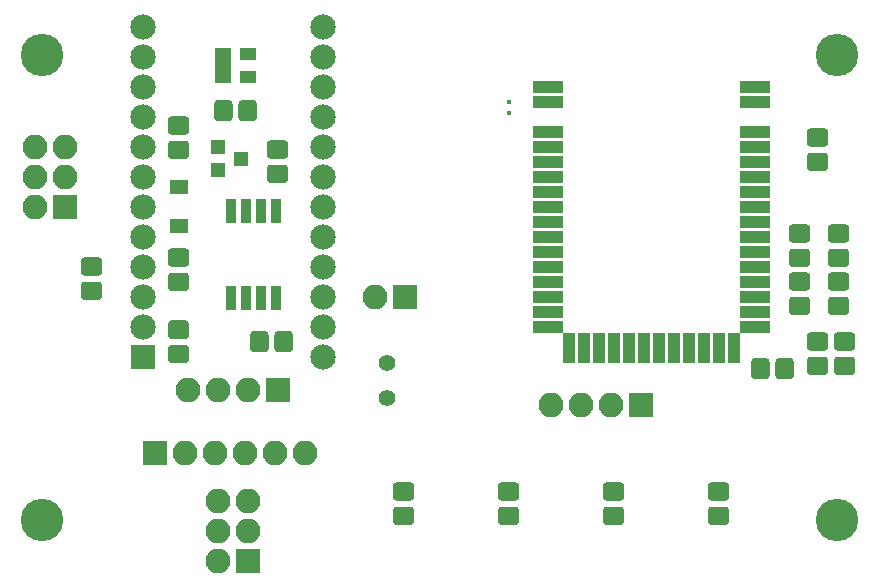
<source format=gbr>
G04 #@! TF.GenerationSoftware,KiCad,Pcbnew,(5.0.0)*
G04 #@! TF.CreationDate,2018-09-23T18:34:32-06:00*
G04 #@! TF.ProjectId,EByte_E73_tester,45427974655F4537335F746573746572,rev?*
G04 #@! TF.SameCoordinates,Original*
G04 #@! TF.FileFunction,Soldermask,Bot*
G04 #@! TF.FilePolarity,Negative*
%FSLAX46Y46*%
G04 Gerber Fmt 4.6, Leading zero omitted, Abs format (unit mm)*
G04 Created by KiCad (PCBNEW (5.0.0)) date 09/23/18 18:34:32*
%MOMM*%
%LPD*%
G01*
G04 APERTURE LIST*
%ADD10O,2.100000X2.100000*%
%ADD11R,2.100000X2.100000*%
%ADD12R,1.300000X1.200000*%
%ADD13C,0.100000*%
%ADD14C,1.550000*%
%ADD15C,3.600000*%
%ADD16R,2.152600X2.152600*%
%ADD17C,2.152600*%
%ADD18C,0.402000*%
%ADD19R,1.120000X2.600000*%
%ADD20R,2.600000X1.120000*%
%ADD21R,1.600000X1.300000*%
%ADD22R,1.460000X1.050000*%
%ADD23R,0.950000X2.150000*%
%ADD24C,1.400000*%
G04 APERTURE END LIST*
D10*
G04 #@! TO.C,J5*
X109474000Y-116840000D03*
X112014000Y-116840000D03*
X114554000Y-116840000D03*
D11*
X117094000Y-116840000D03*
G04 #@! TD*
D12*
G04 #@! TO.C,Q1*
X81296000Y-96962000D03*
X81296000Y-95062000D03*
X83296000Y-96012000D03*
G04 #@! TD*
D13*
G04 #@! TO.C,C6*
G36*
X78574071Y-105661623D02*
X78606781Y-105666475D01*
X78638857Y-105674509D01*
X78669991Y-105685649D01*
X78699884Y-105699787D01*
X78728247Y-105716787D01*
X78754807Y-105736485D01*
X78779308Y-105758692D01*
X78801515Y-105783193D01*
X78821213Y-105809753D01*
X78838213Y-105838116D01*
X78852351Y-105868009D01*
X78863491Y-105899143D01*
X78871525Y-105931219D01*
X78876377Y-105963929D01*
X78878000Y-105996956D01*
X78878000Y-106873044D01*
X78876377Y-106906071D01*
X78871525Y-106938781D01*
X78863491Y-106970857D01*
X78852351Y-107001991D01*
X78838213Y-107031884D01*
X78821213Y-107060247D01*
X78801515Y-107086807D01*
X78779308Y-107111308D01*
X78754807Y-107133515D01*
X78728247Y-107153213D01*
X78699884Y-107170213D01*
X78669991Y-107184351D01*
X78638857Y-107195491D01*
X78606781Y-107203525D01*
X78574071Y-107208377D01*
X78541044Y-107210000D01*
X77414956Y-107210000D01*
X77381929Y-107208377D01*
X77349219Y-107203525D01*
X77317143Y-107195491D01*
X77286009Y-107184351D01*
X77256116Y-107170213D01*
X77227753Y-107153213D01*
X77201193Y-107133515D01*
X77176692Y-107111308D01*
X77154485Y-107086807D01*
X77134787Y-107060247D01*
X77117787Y-107031884D01*
X77103649Y-107001991D01*
X77092509Y-106970857D01*
X77084475Y-106938781D01*
X77079623Y-106906071D01*
X77078000Y-106873044D01*
X77078000Y-105996956D01*
X77079623Y-105963929D01*
X77084475Y-105931219D01*
X77092509Y-105899143D01*
X77103649Y-105868009D01*
X77117787Y-105838116D01*
X77134787Y-105809753D01*
X77154485Y-105783193D01*
X77176692Y-105758692D01*
X77201193Y-105736485D01*
X77227753Y-105716787D01*
X77256116Y-105699787D01*
X77286009Y-105685649D01*
X77317143Y-105674509D01*
X77349219Y-105666475D01*
X77381929Y-105661623D01*
X77414956Y-105660000D01*
X78541044Y-105660000D01*
X78574071Y-105661623D01*
X78574071Y-105661623D01*
G37*
D14*
X77978000Y-106435000D03*
D13*
G36*
X78574071Y-103611623D02*
X78606781Y-103616475D01*
X78638857Y-103624509D01*
X78669991Y-103635649D01*
X78699884Y-103649787D01*
X78728247Y-103666787D01*
X78754807Y-103686485D01*
X78779308Y-103708692D01*
X78801515Y-103733193D01*
X78821213Y-103759753D01*
X78838213Y-103788116D01*
X78852351Y-103818009D01*
X78863491Y-103849143D01*
X78871525Y-103881219D01*
X78876377Y-103913929D01*
X78878000Y-103946956D01*
X78878000Y-104823044D01*
X78876377Y-104856071D01*
X78871525Y-104888781D01*
X78863491Y-104920857D01*
X78852351Y-104951991D01*
X78838213Y-104981884D01*
X78821213Y-105010247D01*
X78801515Y-105036807D01*
X78779308Y-105061308D01*
X78754807Y-105083515D01*
X78728247Y-105103213D01*
X78699884Y-105120213D01*
X78669991Y-105134351D01*
X78638857Y-105145491D01*
X78606781Y-105153525D01*
X78574071Y-105158377D01*
X78541044Y-105160000D01*
X77414956Y-105160000D01*
X77381929Y-105158377D01*
X77349219Y-105153525D01*
X77317143Y-105145491D01*
X77286009Y-105134351D01*
X77256116Y-105120213D01*
X77227753Y-105103213D01*
X77201193Y-105083515D01*
X77176692Y-105061308D01*
X77154485Y-105036807D01*
X77134787Y-105010247D01*
X77117787Y-104981884D01*
X77103649Y-104951991D01*
X77092509Y-104920857D01*
X77084475Y-104888781D01*
X77079623Y-104856071D01*
X77078000Y-104823044D01*
X77078000Y-103946956D01*
X77079623Y-103913929D01*
X77084475Y-103881219D01*
X77092509Y-103849143D01*
X77103649Y-103818009D01*
X77117787Y-103788116D01*
X77134787Y-103759753D01*
X77154485Y-103733193D01*
X77176692Y-103708692D01*
X77201193Y-103686485D01*
X77227753Y-103666787D01*
X77256116Y-103649787D01*
X77286009Y-103635649D01*
X77317143Y-103624509D01*
X77349219Y-103616475D01*
X77381929Y-103611623D01*
X77414956Y-103610000D01*
X78541044Y-103610000D01*
X78574071Y-103611623D01*
X78574071Y-103611623D01*
G37*
D14*
X77978000Y-104385000D03*
G04 #@! TD*
D15*
G04 #@! TO.C,REF2*
X133748069Y-87281371D03*
G04 #@! TD*
G04 #@! TO.C,REF1*
X133748069Y-126651371D03*
G04 #@! TD*
G04 #@! TO.C,REF4*
X66438069Y-126651371D03*
G04 #@! TD*
D16*
G04 #@! TO.C,U2*
X74930000Y-112776000D03*
D17*
X74930000Y-110236000D03*
X74930000Y-107696000D03*
X74930000Y-105156000D03*
X74930000Y-102616000D03*
X74930000Y-100076000D03*
X74930000Y-97536000D03*
X74930000Y-94996000D03*
X74930000Y-92456000D03*
X74930000Y-89916000D03*
X74930000Y-87376000D03*
X74930000Y-84836000D03*
X90170000Y-84836000D03*
X90170000Y-87376000D03*
X90170000Y-89916000D03*
X90170000Y-92456000D03*
X90170000Y-94996000D03*
X90170000Y-97536000D03*
X90170000Y-100076000D03*
X90170000Y-102616000D03*
X90170000Y-105156000D03*
X90170000Y-107696000D03*
X90170000Y-110236000D03*
X90170000Y-112776000D03*
G04 #@! TD*
D18*
G04 #@! TO.C,JP2*
X105918000Y-91244000D03*
X105918000Y-92144000D03*
X105918000Y-92144000D03*
X105918000Y-91244000D03*
G04 #@! TD*
D19*
G04 #@! TO.C,U1*
X110998000Y-112014000D03*
X112268000Y-112014000D03*
X113538000Y-112014000D03*
X114808000Y-112014000D03*
X116078000Y-112014000D03*
X117348000Y-112014000D03*
X118618000Y-112014000D03*
X119888000Y-112014000D03*
X121158000Y-112014000D03*
X122428000Y-112014000D03*
X123698000Y-112014000D03*
X124968000Y-112014000D03*
D20*
X109220000Y-110236000D03*
X109220000Y-108966000D03*
X109220000Y-107696000D03*
X109220000Y-106426000D03*
X109220000Y-105156000D03*
X109220000Y-103886000D03*
X109220000Y-102616000D03*
X109220000Y-101346000D03*
X109220000Y-100076000D03*
X109220000Y-98806000D03*
X109220000Y-97536000D03*
X109220000Y-96266000D03*
X109220000Y-94996000D03*
X109220000Y-93726000D03*
X109220000Y-91186000D03*
X109220000Y-89916000D03*
X126746000Y-89916000D03*
X126746000Y-91186000D03*
X126746000Y-93726000D03*
X126746000Y-94996000D03*
X126746000Y-96266000D03*
X126746000Y-97536000D03*
X126746000Y-98806000D03*
X126746000Y-100076000D03*
X126746000Y-101346000D03*
X126746000Y-102616000D03*
X126746000Y-103886000D03*
X126746000Y-105156000D03*
X126746000Y-106426000D03*
X126746000Y-107696000D03*
X126746000Y-108966000D03*
X126746000Y-110236000D03*
G04 #@! TD*
D15*
G04 #@! TO.C,REF3*
X66438069Y-87281371D03*
G04 #@! TD*
D11*
G04 #@! TO.C,J3*
X86360000Y-115570000D03*
D10*
X83820000Y-115570000D03*
X81280000Y-115570000D03*
X78740000Y-115570000D03*
G04 #@! TD*
D11*
G04 #@! TO.C,J4*
X75946000Y-120904000D03*
D10*
X78486000Y-120904000D03*
X81026000Y-120904000D03*
X83566000Y-120904000D03*
X86106000Y-120904000D03*
X88646000Y-120904000D03*
G04 #@! TD*
D11*
G04 #@! TO.C,J1*
X68326000Y-100076000D03*
D10*
X65786000Y-100076000D03*
X68326000Y-97536000D03*
X65786000Y-97536000D03*
X68326000Y-94996000D03*
X65786000Y-94996000D03*
G04 #@! TD*
D11*
G04 #@! TO.C,J2*
X83820000Y-130048000D03*
D10*
X81280000Y-130048000D03*
X83820000Y-127508000D03*
X81280000Y-127508000D03*
X83820000Y-124968000D03*
X81280000Y-124968000D03*
G04 #@! TD*
D13*
G04 #@! TO.C,C1*
G36*
X132676071Y-110723623D02*
X132708781Y-110728475D01*
X132740857Y-110736509D01*
X132771991Y-110747649D01*
X132801884Y-110761787D01*
X132830247Y-110778787D01*
X132856807Y-110798485D01*
X132881308Y-110820692D01*
X132903515Y-110845193D01*
X132923213Y-110871753D01*
X132940213Y-110900116D01*
X132954351Y-110930009D01*
X132965491Y-110961143D01*
X132973525Y-110993219D01*
X132978377Y-111025929D01*
X132980000Y-111058956D01*
X132980000Y-111935044D01*
X132978377Y-111968071D01*
X132973525Y-112000781D01*
X132965491Y-112032857D01*
X132954351Y-112063991D01*
X132940213Y-112093884D01*
X132923213Y-112122247D01*
X132903515Y-112148807D01*
X132881308Y-112173308D01*
X132856807Y-112195515D01*
X132830247Y-112215213D01*
X132801884Y-112232213D01*
X132771991Y-112246351D01*
X132740857Y-112257491D01*
X132708781Y-112265525D01*
X132676071Y-112270377D01*
X132643044Y-112272000D01*
X131516956Y-112272000D01*
X131483929Y-112270377D01*
X131451219Y-112265525D01*
X131419143Y-112257491D01*
X131388009Y-112246351D01*
X131358116Y-112232213D01*
X131329753Y-112215213D01*
X131303193Y-112195515D01*
X131278692Y-112173308D01*
X131256485Y-112148807D01*
X131236787Y-112122247D01*
X131219787Y-112093884D01*
X131205649Y-112063991D01*
X131194509Y-112032857D01*
X131186475Y-112000781D01*
X131181623Y-111968071D01*
X131180000Y-111935044D01*
X131180000Y-111058956D01*
X131181623Y-111025929D01*
X131186475Y-110993219D01*
X131194509Y-110961143D01*
X131205649Y-110930009D01*
X131219787Y-110900116D01*
X131236787Y-110871753D01*
X131256485Y-110845193D01*
X131278692Y-110820692D01*
X131303193Y-110798485D01*
X131329753Y-110778787D01*
X131358116Y-110761787D01*
X131388009Y-110747649D01*
X131419143Y-110736509D01*
X131451219Y-110728475D01*
X131483929Y-110723623D01*
X131516956Y-110722000D01*
X132643044Y-110722000D01*
X132676071Y-110723623D01*
X132676071Y-110723623D01*
G37*
D14*
X132080000Y-111497000D03*
D13*
G36*
X132676071Y-112773623D02*
X132708781Y-112778475D01*
X132740857Y-112786509D01*
X132771991Y-112797649D01*
X132801884Y-112811787D01*
X132830247Y-112828787D01*
X132856807Y-112848485D01*
X132881308Y-112870692D01*
X132903515Y-112895193D01*
X132923213Y-112921753D01*
X132940213Y-112950116D01*
X132954351Y-112980009D01*
X132965491Y-113011143D01*
X132973525Y-113043219D01*
X132978377Y-113075929D01*
X132980000Y-113108956D01*
X132980000Y-113985044D01*
X132978377Y-114018071D01*
X132973525Y-114050781D01*
X132965491Y-114082857D01*
X132954351Y-114113991D01*
X132940213Y-114143884D01*
X132923213Y-114172247D01*
X132903515Y-114198807D01*
X132881308Y-114223308D01*
X132856807Y-114245515D01*
X132830247Y-114265213D01*
X132801884Y-114282213D01*
X132771991Y-114296351D01*
X132740857Y-114307491D01*
X132708781Y-114315525D01*
X132676071Y-114320377D01*
X132643044Y-114322000D01*
X131516956Y-114322000D01*
X131483929Y-114320377D01*
X131451219Y-114315525D01*
X131419143Y-114307491D01*
X131388009Y-114296351D01*
X131358116Y-114282213D01*
X131329753Y-114265213D01*
X131303193Y-114245515D01*
X131278692Y-114223308D01*
X131256485Y-114198807D01*
X131236787Y-114172247D01*
X131219787Y-114143884D01*
X131205649Y-114113991D01*
X131194509Y-114082857D01*
X131186475Y-114050781D01*
X131181623Y-114018071D01*
X131180000Y-113985044D01*
X131180000Y-113108956D01*
X131181623Y-113075929D01*
X131186475Y-113043219D01*
X131194509Y-113011143D01*
X131205649Y-112980009D01*
X131219787Y-112950116D01*
X131236787Y-112921753D01*
X131256485Y-112895193D01*
X131278692Y-112870692D01*
X131303193Y-112848485D01*
X131329753Y-112828787D01*
X131358116Y-112811787D01*
X131388009Y-112797649D01*
X131419143Y-112786509D01*
X131451219Y-112778475D01*
X131483929Y-112773623D01*
X131516956Y-112772000D01*
X132643044Y-112772000D01*
X132676071Y-112773623D01*
X132676071Y-112773623D01*
G37*
D14*
X132080000Y-113547000D03*
G04 #@! TD*
D13*
G04 #@! TO.C,C2*
G36*
X134962071Y-112773623D02*
X134994781Y-112778475D01*
X135026857Y-112786509D01*
X135057991Y-112797649D01*
X135087884Y-112811787D01*
X135116247Y-112828787D01*
X135142807Y-112848485D01*
X135167308Y-112870692D01*
X135189515Y-112895193D01*
X135209213Y-112921753D01*
X135226213Y-112950116D01*
X135240351Y-112980009D01*
X135251491Y-113011143D01*
X135259525Y-113043219D01*
X135264377Y-113075929D01*
X135266000Y-113108956D01*
X135266000Y-113985044D01*
X135264377Y-114018071D01*
X135259525Y-114050781D01*
X135251491Y-114082857D01*
X135240351Y-114113991D01*
X135226213Y-114143884D01*
X135209213Y-114172247D01*
X135189515Y-114198807D01*
X135167308Y-114223308D01*
X135142807Y-114245515D01*
X135116247Y-114265213D01*
X135087884Y-114282213D01*
X135057991Y-114296351D01*
X135026857Y-114307491D01*
X134994781Y-114315525D01*
X134962071Y-114320377D01*
X134929044Y-114322000D01*
X133802956Y-114322000D01*
X133769929Y-114320377D01*
X133737219Y-114315525D01*
X133705143Y-114307491D01*
X133674009Y-114296351D01*
X133644116Y-114282213D01*
X133615753Y-114265213D01*
X133589193Y-114245515D01*
X133564692Y-114223308D01*
X133542485Y-114198807D01*
X133522787Y-114172247D01*
X133505787Y-114143884D01*
X133491649Y-114113991D01*
X133480509Y-114082857D01*
X133472475Y-114050781D01*
X133467623Y-114018071D01*
X133466000Y-113985044D01*
X133466000Y-113108956D01*
X133467623Y-113075929D01*
X133472475Y-113043219D01*
X133480509Y-113011143D01*
X133491649Y-112980009D01*
X133505787Y-112950116D01*
X133522787Y-112921753D01*
X133542485Y-112895193D01*
X133564692Y-112870692D01*
X133589193Y-112848485D01*
X133615753Y-112828787D01*
X133644116Y-112811787D01*
X133674009Y-112797649D01*
X133705143Y-112786509D01*
X133737219Y-112778475D01*
X133769929Y-112773623D01*
X133802956Y-112772000D01*
X134929044Y-112772000D01*
X134962071Y-112773623D01*
X134962071Y-112773623D01*
G37*
D14*
X134366000Y-113547000D03*
D13*
G36*
X134962071Y-110723623D02*
X134994781Y-110728475D01*
X135026857Y-110736509D01*
X135057991Y-110747649D01*
X135087884Y-110761787D01*
X135116247Y-110778787D01*
X135142807Y-110798485D01*
X135167308Y-110820692D01*
X135189515Y-110845193D01*
X135209213Y-110871753D01*
X135226213Y-110900116D01*
X135240351Y-110930009D01*
X135251491Y-110961143D01*
X135259525Y-110993219D01*
X135264377Y-111025929D01*
X135266000Y-111058956D01*
X135266000Y-111935044D01*
X135264377Y-111968071D01*
X135259525Y-112000781D01*
X135251491Y-112032857D01*
X135240351Y-112063991D01*
X135226213Y-112093884D01*
X135209213Y-112122247D01*
X135189515Y-112148807D01*
X135167308Y-112173308D01*
X135142807Y-112195515D01*
X135116247Y-112215213D01*
X135087884Y-112232213D01*
X135057991Y-112246351D01*
X135026857Y-112257491D01*
X134994781Y-112265525D01*
X134962071Y-112270377D01*
X134929044Y-112272000D01*
X133802956Y-112272000D01*
X133769929Y-112270377D01*
X133737219Y-112265525D01*
X133705143Y-112257491D01*
X133674009Y-112246351D01*
X133644116Y-112232213D01*
X133615753Y-112215213D01*
X133589193Y-112195515D01*
X133564692Y-112173308D01*
X133542485Y-112148807D01*
X133522787Y-112122247D01*
X133505787Y-112093884D01*
X133491649Y-112063991D01*
X133480509Y-112032857D01*
X133472475Y-112000781D01*
X133467623Y-111968071D01*
X133466000Y-111935044D01*
X133466000Y-111058956D01*
X133467623Y-111025929D01*
X133472475Y-110993219D01*
X133480509Y-110961143D01*
X133491649Y-110930009D01*
X133505787Y-110900116D01*
X133522787Y-110871753D01*
X133542485Y-110845193D01*
X133564692Y-110820692D01*
X133589193Y-110798485D01*
X133615753Y-110778787D01*
X133644116Y-110761787D01*
X133674009Y-110747649D01*
X133705143Y-110736509D01*
X133737219Y-110728475D01*
X133769929Y-110723623D01*
X133802956Y-110722000D01*
X134929044Y-110722000D01*
X134962071Y-110723623D01*
X134962071Y-110723623D01*
G37*
D14*
X134366000Y-111497000D03*
G04 #@! TD*
D13*
G04 #@! TO.C,C3*
G36*
X129766071Y-112893623D02*
X129798781Y-112898475D01*
X129830857Y-112906509D01*
X129861991Y-112917649D01*
X129891884Y-112931787D01*
X129920247Y-112948787D01*
X129946807Y-112968485D01*
X129971308Y-112990692D01*
X129993515Y-113015193D01*
X130013213Y-113041753D01*
X130030213Y-113070116D01*
X130044351Y-113100009D01*
X130055491Y-113131143D01*
X130063525Y-113163219D01*
X130068377Y-113195929D01*
X130070000Y-113228956D01*
X130070000Y-114355044D01*
X130068377Y-114388071D01*
X130063525Y-114420781D01*
X130055491Y-114452857D01*
X130044351Y-114483991D01*
X130030213Y-114513884D01*
X130013213Y-114542247D01*
X129993515Y-114568807D01*
X129971308Y-114593308D01*
X129946807Y-114615515D01*
X129920247Y-114635213D01*
X129891884Y-114652213D01*
X129861991Y-114666351D01*
X129830857Y-114677491D01*
X129798781Y-114685525D01*
X129766071Y-114690377D01*
X129733044Y-114692000D01*
X128856956Y-114692000D01*
X128823929Y-114690377D01*
X128791219Y-114685525D01*
X128759143Y-114677491D01*
X128728009Y-114666351D01*
X128698116Y-114652213D01*
X128669753Y-114635213D01*
X128643193Y-114615515D01*
X128618692Y-114593308D01*
X128596485Y-114568807D01*
X128576787Y-114542247D01*
X128559787Y-114513884D01*
X128545649Y-114483991D01*
X128534509Y-114452857D01*
X128526475Y-114420781D01*
X128521623Y-114388071D01*
X128520000Y-114355044D01*
X128520000Y-113228956D01*
X128521623Y-113195929D01*
X128526475Y-113163219D01*
X128534509Y-113131143D01*
X128545649Y-113100009D01*
X128559787Y-113070116D01*
X128576787Y-113041753D01*
X128596485Y-113015193D01*
X128618692Y-112990692D01*
X128643193Y-112968485D01*
X128669753Y-112948787D01*
X128698116Y-112931787D01*
X128728009Y-112917649D01*
X128759143Y-112906509D01*
X128791219Y-112898475D01*
X128823929Y-112893623D01*
X128856956Y-112892000D01*
X129733044Y-112892000D01*
X129766071Y-112893623D01*
X129766071Y-112893623D01*
G37*
D14*
X129295000Y-113792000D03*
D13*
G36*
X127716071Y-112893623D02*
X127748781Y-112898475D01*
X127780857Y-112906509D01*
X127811991Y-112917649D01*
X127841884Y-112931787D01*
X127870247Y-112948787D01*
X127896807Y-112968485D01*
X127921308Y-112990692D01*
X127943515Y-113015193D01*
X127963213Y-113041753D01*
X127980213Y-113070116D01*
X127994351Y-113100009D01*
X128005491Y-113131143D01*
X128013525Y-113163219D01*
X128018377Y-113195929D01*
X128020000Y-113228956D01*
X128020000Y-114355044D01*
X128018377Y-114388071D01*
X128013525Y-114420781D01*
X128005491Y-114452857D01*
X127994351Y-114483991D01*
X127980213Y-114513884D01*
X127963213Y-114542247D01*
X127943515Y-114568807D01*
X127921308Y-114593308D01*
X127896807Y-114615515D01*
X127870247Y-114635213D01*
X127841884Y-114652213D01*
X127811991Y-114666351D01*
X127780857Y-114677491D01*
X127748781Y-114685525D01*
X127716071Y-114690377D01*
X127683044Y-114692000D01*
X126806956Y-114692000D01*
X126773929Y-114690377D01*
X126741219Y-114685525D01*
X126709143Y-114677491D01*
X126678009Y-114666351D01*
X126648116Y-114652213D01*
X126619753Y-114635213D01*
X126593193Y-114615515D01*
X126568692Y-114593308D01*
X126546485Y-114568807D01*
X126526787Y-114542247D01*
X126509787Y-114513884D01*
X126495649Y-114483991D01*
X126484509Y-114452857D01*
X126476475Y-114420781D01*
X126471623Y-114388071D01*
X126470000Y-114355044D01*
X126470000Y-113228956D01*
X126471623Y-113195929D01*
X126476475Y-113163219D01*
X126484509Y-113131143D01*
X126495649Y-113100009D01*
X126509787Y-113070116D01*
X126526787Y-113041753D01*
X126546485Y-113015193D01*
X126568692Y-112990692D01*
X126593193Y-112968485D01*
X126619753Y-112948787D01*
X126648116Y-112931787D01*
X126678009Y-112917649D01*
X126709143Y-112906509D01*
X126741219Y-112898475D01*
X126773929Y-112893623D01*
X126806956Y-112892000D01*
X127683044Y-112892000D01*
X127716071Y-112893623D01*
X127716071Y-112893623D01*
G37*
D14*
X127245000Y-113792000D03*
G04 #@! TD*
D13*
G04 #@! TO.C,C4*
G36*
X132676071Y-95501623D02*
X132708781Y-95506475D01*
X132740857Y-95514509D01*
X132771991Y-95525649D01*
X132801884Y-95539787D01*
X132830247Y-95556787D01*
X132856807Y-95576485D01*
X132881308Y-95598692D01*
X132903515Y-95623193D01*
X132923213Y-95649753D01*
X132940213Y-95678116D01*
X132954351Y-95708009D01*
X132965491Y-95739143D01*
X132973525Y-95771219D01*
X132978377Y-95803929D01*
X132980000Y-95836956D01*
X132980000Y-96713044D01*
X132978377Y-96746071D01*
X132973525Y-96778781D01*
X132965491Y-96810857D01*
X132954351Y-96841991D01*
X132940213Y-96871884D01*
X132923213Y-96900247D01*
X132903515Y-96926807D01*
X132881308Y-96951308D01*
X132856807Y-96973515D01*
X132830247Y-96993213D01*
X132801884Y-97010213D01*
X132771991Y-97024351D01*
X132740857Y-97035491D01*
X132708781Y-97043525D01*
X132676071Y-97048377D01*
X132643044Y-97050000D01*
X131516956Y-97050000D01*
X131483929Y-97048377D01*
X131451219Y-97043525D01*
X131419143Y-97035491D01*
X131388009Y-97024351D01*
X131358116Y-97010213D01*
X131329753Y-96993213D01*
X131303193Y-96973515D01*
X131278692Y-96951308D01*
X131256485Y-96926807D01*
X131236787Y-96900247D01*
X131219787Y-96871884D01*
X131205649Y-96841991D01*
X131194509Y-96810857D01*
X131186475Y-96778781D01*
X131181623Y-96746071D01*
X131180000Y-96713044D01*
X131180000Y-95836956D01*
X131181623Y-95803929D01*
X131186475Y-95771219D01*
X131194509Y-95739143D01*
X131205649Y-95708009D01*
X131219787Y-95678116D01*
X131236787Y-95649753D01*
X131256485Y-95623193D01*
X131278692Y-95598692D01*
X131303193Y-95576485D01*
X131329753Y-95556787D01*
X131358116Y-95539787D01*
X131388009Y-95525649D01*
X131419143Y-95514509D01*
X131451219Y-95506475D01*
X131483929Y-95501623D01*
X131516956Y-95500000D01*
X132643044Y-95500000D01*
X132676071Y-95501623D01*
X132676071Y-95501623D01*
G37*
D14*
X132080000Y-96275000D03*
D13*
G36*
X132676071Y-93451623D02*
X132708781Y-93456475D01*
X132740857Y-93464509D01*
X132771991Y-93475649D01*
X132801884Y-93489787D01*
X132830247Y-93506787D01*
X132856807Y-93526485D01*
X132881308Y-93548692D01*
X132903515Y-93573193D01*
X132923213Y-93599753D01*
X132940213Y-93628116D01*
X132954351Y-93658009D01*
X132965491Y-93689143D01*
X132973525Y-93721219D01*
X132978377Y-93753929D01*
X132980000Y-93786956D01*
X132980000Y-94663044D01*
X132978377Y-94696071D01*
X132973525Y-94728781D01*
X132965491Y-94760857D01*
X132954351Y-94791991D01*
X132940213Y-94821884D01*
X132923213Y-94850247D01*
X132903515Y-94876807D01*
X132881308Y-94901308D01*
X132856807Y-94923515D01*
X132830247Y-94943213D01*
X132801884Y-94960213D01*
X132771991Y-94974351D01*
X132740857Y-94985491D01*
X132708781Y-94993525D01*
X132676071Y-94998377D01*
X132643044Y-95000000D01*
X131516956Y-95000000D01*
X131483929Y-94998377D01*
X131451219Y-94993525D01*
X131419143Y-94985491D01*
X131388009Y-94974351D01*
X131358116Y-94960213D01*
X131329753Y-94943213D01*
X131303193Y-94923515D01*
X131278692Y-94901308D01*
X131256485Y-94876807D01*
X131236787Y-94850247D01*
X131219787Y-94821884D01*
X131205649Y-94791991D01*
X131194509Y-94760857D01*
X131186475Y-94728781D01*
X131181623Y-94696071D01*
X131180000Y-94663044D01*
X131180000Y-93786956D01*
X131181623Y-93753929D01*
X131186475Y-93721219D01*
X131194509Y-93689143D01*
X131205649Y-93658009D01*
X131219787Y-93628116D01*
X131236787Y-93599753D01*
X131256485Y-93573193D01*
X131278692Y-93548692D01*
X131303193Y-93526485D01*
X131329753Y-93506787D01*
X131358116Y-93489787D01*
X131388009Y-93475649D01*
X131419143Y-93464509D01*
X131451219Y-93456475D01*
X131483929Y-93451623D01*
X131516956Y-93450000D01*
X132643044Y-93450000D01*
X132676071Y-93451623D01*
X132676071Y-93451623D01*
G37*
D14*
X132080000Y-94225000D03*
G04 #@! TD*
D13*
G04 #@! TO.C,C5*
G36*
X134454071Y-103629623D02*
X134486781Y-103634475D01*
X134518857Y-103642509D01*
X134549991Y-103653649D01*
X134579884Y-103667787D01*
X134608247Y-103684787D01*
X134634807Y-103704485D01*
X134659308Y-103726692D01*
X134681515Y-103751193D01*
X134701213Y-103777753D01*
X134718213Y-103806116D01*
X134732351Y-103836009D01*
X134743491Y-103867143D01*
X134751525Y-103899219D01*
X134756377Y-103931929D01*
X134758000Y-103964956D01*
X134758000Y-104841044D01*
X134756377Y-104874071D01*
X134751525Y-104906781D01*
X134743491Y-104938857D01*
X134732351Y-104969991D01*
X134718213Y-104999884D01*
X134701213Y-105028247D01*
X134681515Y-105054807D01*
X134659308Y-105079308D01*
X134634807Y-105101515D01*
X134608247Y-105121213D01*
X134579884Y-105138213D01*
X134549991Y-105152351D01*
X134518857Y-105163491D01*
X134486781Y-105171525D01*
X134454071Y-105176377D01*
X134421044Y-105178000D01*
X133294956Y-105178000D01*
X133261929Y-105176377D01*
X133229219Y-105171525D01*
X133197143Y-105163491D01*
X133166009Y-105152351D01*
X133136116Y-105138213D01*
X133107753Y-105121213D01*
X133081193Y-105101515D01*
X133056692Y-105079308D01*
X133034485Y-105054807D01*
X133014787Y-105028247D01*
X132997787Y-104999884D01*
X132983649Y-104969991D01*
X132972509Y-104938857D01*
X132964475Y-104906781D01*
X132959623Y-104874071D01*
X132958000Y-104841044D01*
X132958000Y-103964956D01*
X132959623Y-103931929D01*
X132964475Y-103899219D01*
X132972509Y-103867143D01*
X132983649Y-103836009D01*
X132997787Y-103806116D01*
X133014787Y-103777753D01*
X133034485Y-103751193D01*
X133056692Y-103726692D01*
X133081193Y-103704485D01*
X133107753Y-103684787D01*
X133136116Y-103667787D01*
X133166009Y-103653649D01*
X133197143Y-103642509D01*
X133229219Y-103634475D01*
X133261929Y-103629623D01*
X133294956Y-103628000D01*
X134421044Y-103628000D01*
X134454071Y-103629623D01*
X134454071Y-103629623D01*
G37*
D14*
X133858000Y-104403000D03*
D13*
G36*
X134454071Y-101579623D02*
X134486781Y-101584475D01*
X134518857Y-101592509D01*
X134549991Y-101603649D01*
X134579884Y-101617787D01*
X134608247Y-101634787D01*
X134634807Y-101654485D01*
X134659308Y-101676692D01*
X134681515Y-101701193D01*
X134701213Y-101727753D01*
X134718213Y-101756116D01*
X134732351Y-101786009D01*
X134743491Y-101817143D01*
X134751525Y-101849219D01*
X134756377Y-101881929D01*
X134758000Y-101914956D01*
X134758000Y-102791044D01*
X134756377Y-102824071D01*
X134751525Y-102856781D01*
X134743491Y-102888857D01*
X134732351Y-102919991D01*
X134718213Y-102949884D01*
X134701213Y-102978247D01*
X134681515Y-103004807D01*
X134659308Y-103029308D01*
X134634807Y-103051515D01*
X134608247Y-103071213D01*
X134579884Y-103088213D01*
X134549991Y-103102351D01*
X134518857Y-103113491D01*
X134486781Y-103121525D01*
X134454071Y-103126377D01*
X134421044Y-103128000D01*
X133294956Y-103128000D01*
X133261929Y-103126377D01*
X133229219Y-103121525D01*
X133197143Y-103113491D01*
X133166009Y-103102351D01*
X133136116Y-103088213D01*
X133107753Y-103071213D01*
X133081193Y-103051515D01*
X133056692Y-103029308D01*
X133034485Y-103004807D01*
X133014787Y-102978247D01*
X132997787Y-102949884D01*
X132983649Y-102919991D01*
X132972509Y-102888857D01*
X132964475Y-102856781D01*
X132959623Y-102824071D01*
X132958000Y-102791044D01*
X132958000Y-101914956D01*
X132959623Y-101881929D01*
X132964475Y-101849219D01*
X132972509Y-101817143D01*
X132983649Y-101786009D01*
X132997787Y-101756116D01*
X133014787Y-101727753D01*
X133034485Y-101701193D01*
X133056692Y-101676692D01*
X133081193Y-101654485D01*
X133107753Y-101634787D01*
X133136116Y-101617787D01*
X133166009Y-101603649D01*
X133197143Y-101592509D01*
X133229219Y-101584475D01*
X133261929Y-101579623D01*
X133294956Y-101578000D01*
X134421044Y-101578000D01*
X134454071Y-101579623D01*
X134454071Y-101579623D01*
G37*
D14*
X133858000Y-102353000D03*
G04 #@! TD*
D13*
G04 #@! TO.C,C7*
G36*
X86956071Y-94467623D02*
X86988781Y-94472475D01*
X87020857Y-94480509D01*
X87051991Y-94491649D01*
X87081884Y-94505787D01*
X87110247Y-94522787D01*
X87136807Y-94542485D01*
X87161308Y-94564692D01*
X87183515Y-94589193D01*
X87203213Y-94615753D01*
X87220213Y-94644116D01*
X87234351Y-94674009D01*
X87245491Y-94705143D01*
X87253525Y-94737219D01*
X87258377Y-94769929D01*
X87260000Y-94802956D01*
X87260000Y-95679044D01*
X87258377Y-95712071D01*
X87253525Y-95744781D01*
X87245491Y-95776857D01*
X87234351Y-95807991D01*
X87220213Y-95837884D01*
X87203213Y-95866247D01*
X87183515Y-95892807D01*
X87161308Y-95917308D01*
X87136807Y-95939515D01*
X87110247Y-95959213D01*
X87081884Y-95976213D01*
X87051991Y-95990351D01*
X87020857Y-96001491D01*
X86988781Y-96009525D01*
X86956071Y-96014377D01*
X86923044Y-96016000D01*
X85796956Y-96016000D01*
X85763929Y-96014377D01*
X85731219Y-96009525D01*
X85699143Y-96001491D01*
X85668009Y-95990351D01*
X85638116Y-95976213D01*
X85609753Y-95959213D01*
X85583193Y-95939515D01*
X85558692Y-95917308D01*
X85536485Y-95892807D01*
X85516787Y-95866247D01*
X85499787Y-95837884D01*
X85485649Y-95807991D01*
X85474509Y-95776857D01*
X85466475Y-95744781D01*
X85461623Y-95712071D01*
X85460000Y-95679044D01*
X85460000Y-94802956D01*
X85461623Y-94769929D01*
X85466475Y-94737219D01*
X85474509Y-94705143D01*
X85485649Y-94674009D01*
X85499787Y-94644116D01*
X85516787Y-94615753D01*
X85536485Y-94589193D01*
X85558692Y-94564692D01*
X85583193Y-94542485D01*
X85609753Y-94522787D01*
X85638116Y-94505787D01*
X85668009Y-94491649D01*
X85699143Y-94480509D01*
X85731219Y-94472475D01*
X85763929Y-94467623D01*
X85796956Y-94466000D01*
X86923044Y-94466000D01*
X86956071Y-94467623D01*
X86956071Y-94467623D01*
G37*
D14*
X86360000Y-95241000D03*
D13*
G36*
X86956071Y-96517623D02*
X86988781Y-96522475D01*
X87020857Y-96530509D01*
X87051991Y-96541649D01*
X87081884Y-96555787D01*
X87110247Y-96572787D01*
X87136807Y-96592485D01*
X87161308Y-96614692D01*
X87183515Y-96639193D01*
X87203213Y-96665753D01*
X87220213Y-96694116D01*
X87234351Y-96724009D01*
X87245491Y-96755143D01*
X87253525Y-96787219D01*
X87258377Y-96819929D01*
X87260000Y-96852956D01*
X87260000Y-97729044D01*
X87258377Y-97762071D01*
X87253525Y-97794781D01*
X87245491Y-97826857D01*
X87234351Y-97857991D01*
X87220213Y-97887884D01*
X87203213Y-97916247D01*
X87183515Y-97942807D01*
X87161308Y-97967308D01*
X87136807Y-97989515D01*
X87110247Y-98009213D01*
X87081884Y-98026213D01*
X87051991Y-98040351D01*
X87020857Y-98051491D01*
X86988781Y-98059525D01*
X86956071Y-98064377D01*
X86923044Y-98066000D01*
X85796956Y-98066000D01*
X85763929Y-98064377D01*
X85731219Y-98059525D01*
X85699143Y-98051491D01*
X85668009Y-98040351D01*
X85638116Y-98026213D01*
X85609753Y-98009213D01*
X85583193Y-97989515D01*
X85558692Y-97967308D01*
X85536485Y-97942807D01*
X85516787Y-97916247D01*
X85499787Y-97887884D01*
X85485649Y-97857991D01*
X85474509Y-97826857D01*
X85466475Y-97794781D01*
X85461623Y-97762071D01*
X85460000Y-97729044D01*
X85460000Y-96852956D01*
X85461623Y-96819929D01*
X85466475Y-96787219D01*
X85474509Y-96755143D01*
X85485649Y-96724009D01*
X85499787Y-96694116D01*
X85516787Y-96665753D01*
X85536485Y-96639193D01*
X85558692Y-96614692D01*
X85583193Y-96592485D01*
X85609753Y-96572787D01*
X85638116Y-96555787D01*
X85668009Y-96541649D01*
X85699143Y-96530509D01*
X85731219Y-96522475D01*
X85763929Y-96517623D01*
X85796956Y-96516000D01*
X86923044Y-96516000D01*
X86956071Y-96517623D01*
X86956071Y-96517623D01*
G37*
D14*
X86360000Y-97291000D03*
G04 #@! TD*
D13*
G04 #@! TO.C,C8*
G36*
X82250071Y-91049623D02*
X82282781Y-91054475D01*
X82314857Y-91062509D01*
X82345991Y-91073649D01*
X82375884Y-91087787D01*
X82404247Y-91104787D01*
X82430807Y-91124485D01*
X82455308Y-91146692D01*
X82477515Y-91171193D01*
X82497213Y-91197753D01*
X82514213Y-91226116D01*
X82528351Y-91256009D01*
X82539491Y-91287143D01*
X82547525Y-91319219D01*
X82552377Y-91351929D01*
X82554000Y-91384956D01*
X82554000Y-92511044D01*
X82552377Y-92544071D01*
X82547525Y-92576781D01*
X82539491Y-92608857D01*
X82528351Y-92639991D01*
X82514213Y-92669884D01*
X82497213Y-92698247D01*
X82477515Y-92724807D01*
X82455308Y-92749308D01*
X82430807Y-92771515D01*
X82404247Y-92791213D01*
X82375884Y-92808213D01*
X82345991Y-92822351D01*
X82314857Y-92833491D01*
X82282781Y-92841525D01*
X82250071Y-92846377D01*
X82217044Y-92848000D01*
X81340956Y-92848000D01*
X81307929Y-92846377D01*
X81275219Y-92841525D01*
X81243143Y-92833491D01*
X81212009Y-92822351D01*
X81182116Y-92808213D01*
X81153753Y-92791213D01*
X81127193Y-92771515D01*
X81102692Y-92749308D01*
X81080485Y-92724807D01*
X81060787Y-92698247D01*
X81043787Y-92669884D01*
X81029649Y-92639991D01*
X81018509Y-92608857D01*
X81010475Y-92576781D01*
X81005623Y-92544071D01*
X81004000Y-92511044D01*
X81004000Y-91384956D01*
X81005623Y-91351929D01*
X81010475Y-91319219D01*
X81018509Y-91287143D01*
X81029649Y-91256009D01*
X81043787Y-91226116D01*
X81060787Y-91197753D01*
X81080485Y-91171193D01*
X81102692Y-91146692D01*
X81127193Y-91124485D01*
X81153753Y-91104787D01*
X81182116Y-91087787D01*
X81212009Y-91073649D01*
X81243143Y-91062509D01*
X81275219Y-91054475D01*
X81307929Y-91049623D01*
X81340956Y-91048000D01*
X82217044Y-91048000D01*
X82250071Y-91049623D01*
X82250071Y-91049623D01*
G37*
D14*
X81779000Y-91948000D03*
D13*
G36*
X84300071Y-91049623D02*
X84332781Y-91054475D01*
X84364857Y-91062509D01*
X84395991Y-91073649D01*
X84425884Y-91087787D01*
X84454247Y-91104787D01*
X84480807Y-91124485D01*
X84505308Y-91146692D01*
X84527515Y-91171193D01*
X84547213Y-91197753D01*
X84564213Y-91226116D01*
X84578351Y-91256009D01*
X84589491Y-91287143D01*
X84597525Y-91319219D01*
X84602377Y-91351929D01*
X84604000Y-91384956D01*
X84604000Y-92511044D01*
X84602377Y-92544071D01*
X84597525Y-92576781D01*
X84589491Y-92608857D01*
X84578351Y-92639991D01*
X84564213Y-92669884D01*
X84547213Y-92698247D01*
X84527515Y-92724807D01*
X84505308Y-92749308D01*
X84480807Y-92771515D01*
X84454247Y-92791213D01*
X84425884Y-92808213D01*
X84395991Y-92822351D01*
X84364857Y-92833491D01*
X84332781Y-92841525D01*
X84300071Y-92846377D01*
X84267044Y-92848000D01*
X83390956Y-92848000D01*
X83357929Y-92846377D01*
X83325219Y-92841525D01*
X83293143Y-92833491D01*
X83262009Y-92822351D01*
X83232116Y-92808213D01*
X83203753Y-92791213D01*
X83177193Y-92771515D01*
X83152692Y-92749308D01*
X83130485Y-92724807D01*
X83110787Y-92698247D01*
X83093787Y-92669884D01*
X83079649Y-92639991D01*
X83068509Y-92608857D01*
X83060475Y-92576781D01*
X83055623Y-92544071D01*
X83054000Y-92511044D01*
X83054000Y-91384956D01*
X83055623Y-91351929D01*
X83060475Y-91319219D01*
X83068509Y-91287143D01*
X83079649Y-91256009D01*
X83093787Y-91226116D01*
X83110787Y-91197753D01*
X83130485Y-91171193D01*
X83152692Y-91146692D01*
X83177193Y-91124485D01*
X83203753Y-91104787D01*
X83232116Y-91087787D01*
X83262009Y-91073649D01*
X83293143Y-91062509D01*
X83325219Y-91054475D01*
X83357929Y-91049623D01*
X83390956Y-91048000D01*
X84267044Y-91048000D01*
X84300071Y-91049623D01*
X84300071Y-91049623D01*
G37*
D14*
X83829000Y-91948000D03*
G04 #@! TD*
D13*
G04 #@! TO.C,C9*
G36*
X78574071Y-111766623D02*
X78606781Y-111771475D01*
X78638857Y-111779509D01*
X78669991Y-111790649D01*
X78699884Y-111804787D01*
X78728247Y-111821787D01*
X78754807Y-111841485D01*
X78779308Y-111863692D01*
X78801515Y-111888193D01*
X78821213Y-111914753D01*
X78838213Y-111943116D01*
X78852351Y-111973009D01*
X78863491Y-112004143D01*
X78871525Y-112036219D01*
X78876377Y-112068929D01*
X78878000Y-112101956D01*
X78878000Y-112978044D01*
X78876377Y-113011071D01*
X78871525Y-113043781D01*
X78863491Y-113075857D01*
X78852351Y-113106991D01*
X78838213Y-113136884D01*
X78821213Y-113165247D01*
X78801515Y-113191807D01*
X78779308Y-113216308D01*
X78754807Y-113238515D01*
X78728247Y-113258213D01*
X78699884Y-113275213D01*
X78669991Y-113289351D01*
X78638857Y-113300491D01*
X78606781Y-113308525D01*
X78574071Y-113313377D01*
X78541044Y-113315000D01*
X77414956Y-113315000D01*
X77381929Y-113313377D01*
X77349219Y-113308525D01*
X77317143Y-113300491D01*
X77286009Y-113289351D01*
X77256116Y-113275213D01*
X77227753Y-113258213D01*
X77201193Y-113238515D01*
X77176692Y-113216308D01*
X77154485Y-113191807D01*
X77134787Y-113165247D01*
X77117787Y-113136884D01*
X77103649Y-113106991D01*
X77092509Y-113075857D01*
X77084475Y-113043781D01*
X77079623Y-113011071D01*
X77078000Y-112978044D01*
X77078000Y-112101956D01*
X77079623Y-112068929D01*
X77084475Y-112036219D01*
X77092509Y-112004143D01*
X77103649Y-111973009D01*
X77117787Y-111943116D01*
X77134787Y-111914753D01*
X77154485Y-111888193D01*
X77176692Y-111863692D01*
X77201193Y-111841485D01*
X77227753Y-111821787D01*
X77256116Y-111804787D01*
X77286009Y-111790649D01*
X77317143Y-111779509D01*
X77349219Y-111771475D01*
X77381929Y-111766623D01*
X77414956Y-111765000D01*
X78541044Y-111765000D01*
X78574071Y-111766623D01*
X78574071Y-111766623D01*
G37*
D14*
X77978000Y-112540000D03*
D13*
G36*
X78574071Y-109716623D02*
X78606781Y-109721475D01*
X78638857Y-109729509D01*
X78669991Y-109740649D01*
X78699884Y-109754787D01*
X78728247Y-109771787D01*
X78754807Y-109791485D01*
X78779308Y-109813692D01*
X78801515Y-109838193D01*
X78821213Y-109864753D01*
X78838213Y-109893116D01*
X78852351Y-109923009D01*
X78863491Y-109954143D01*
X78871525Y-109986219D01*
X78876377Y-110018929D01*
X78878000Y-110051956D01*
X78878000Y-110928044D01*
X78876377Y-110961071D01*
X78871525Y-110993781D01*
X78863491Y-111025857D01*
X78852351Y-111056991D01*
X78838213Y-111086884D01*
X78821213Y-111115247D01*
X78801515Y-111141807D01*
X78779308Y-111166308D01*
X78754807Y-111188515D01*
X78728247Y-111208213D01*
X78699884Y-111225213D01*
X78669991Y-111239351D01*
X78638857Y-111250491D01*
X78606781Y-111258525D01*
X78574071Y-111263377D01*
X78541044Y-111265000D01*
X77414956Y-111265000D01*
X77381929Y-111263377D01*
X77349219Y-111258525D01*
X77317143Y-111250491D01*
X77286009Y-111239351D01*
X77256116Y-111225213D01*
X77227753Y-111208213D01*
X77201193Y-111188515D01*
X77176692Y-111166308D01*
X77154485Y-111141807D01*
X77134787Y-111115247D01*
X77117787Y-111086884D01*
X77103649Y-111056991D01*
X77092509Y-111025857D01*
X77084475Y-110993781D01*
X77079623Y-110961071D01*
X77078000Y-110928044D01*
X77078000Y-110051956D01*
X77079623Y-110018929D01*
X77084475Y-109986219D01*
X77092509Y-109954143D01*
X77103649Y-109923009D01*
X77117787Y-109893116D01*
X77134787Y-109864753D01*
X77154485Y-109838193D01*
X77176692Y-109813692D01*
X77201193Y-109791485D01*
X77227753Y-109771787D01*
X77256116Y-109754787D01*
X77286009Y-109740649D01*
X77317143Y-109729509D01*
X77349219Y-109721475D01*
X77381929Y-109716623D01*
X77414956Y-109715000D01*
X78541044Y-109715000D01*
X78574071Y-109716623D01*
X78574071Y-109716623D01*
G37*
D14*
X77978000Y-110490000D03*
G04 #@! TD*
D21*
G04 #@! TO.C,D1*
X77978000Y-98426000D03*
X77978000Y-101726000D03*
G04 #@! TD*
D13*
G04 #@! TO.C,L1*
G36*
X131152071Y-105643623D02*
X131184781Y-105648475D01*
X131216857Y-105656509D01*
X131247991Y-105667649D01*
X131277884Y-105681787D01*
X131306247Y-105698787D01*
X131332807Y-105718485D01*
X131357308Y-105740692D01*
X131379515Y-105765193D01*
X131399213Y-105791753D01*
X131416213Y-105820116D01*
X131430351Y-105850009D01*
X131441491Y-105881143D01*
X131449525Y-105913219D01*
X131454377Y-105945929D01*
X131456000Y-105978956D01*
X131456000Y-106855044D01*
X131454377Y-106888071D01*
X131449525Y-106920781D01*
X131441491Y-106952857D01*
X131430351Y-106983991D01*
X131416213Y-107013884D01*
X131399213Y-107042247D01*
X131379515Y-107068807D01*
X131357308Y-107093308D01*
X131332807Y-107115515D01*
X131306247Y-107135213D01*
X131277884Y-107152213D01*
X131247991Y-107166351D01*
X131216857Y-107177491D01*
X131184781Y-107185525D01*
X131152071Y-107190377D01*
X131119044Y-107192000D01*
X129992956Y-107192000D01*
X129959929Y-107190377D01*
X129927219Y-107185525D01*
X129895143Y-107177491D01*
X129864009Y-107166351D01*
X129834116Y-107152213D01*
X129805753Y-107135213D01*
X129779193Y-107115515D01*
X129754692Y-107093308D01*
X129732485Y-107068807D01*
X129712787Y-107042247D01*
X129695787Y-107013884D01*
X129681649Y-106983991D01*
X129670509Y-106952857D01*
X129662475Y-106920781D01*
X129657623Y-106888071D01*
X129656000Y-106855044D01*
X129656000Y-105978956D01*
X129657623Y-105945929D01*
X129662475Y-105913219D01*
X129670509Y-105881143D01*
X129681649Y-105850009D01*
X129695787Y-105820116D01*
X129712787Y-105791753D01*
X129732485Y-105765193D01*
X129754692Y-105740692D01*
X129779193Y-105718485D01*
X129805753Y-105698787D01*
X129834116Y-105681787D01*
X129864009Y-105667649D01*
X129895143Y-105656509D01*
X129927219Y-105648475D01*
X129959929Y-105643623D01*
X129992956Y-105642000D01*
X131119044Y-105642000D01*
X131152071Y-105643623D01*
X131152071Y-105643623D01*
G37*
D14*
X130556000Y-106417000D03*
D13*
G36*
X131152071Y-107693623D02*
X131184781Y-107698475D01*
X131216857Y-107706509D01*
X131247991Y-107717649D01*
X131277884Y-107731787D01*
X131306247Y-107748787D01*
X131332807Y-107768485D01*
X131357308Y-107790692D01*
X131379515Y-107815193D01*
X131399213Y-107841753D01*
X131416213Y-107870116D01*
X131430351Y-107900009D01*
X131441491Y-107931143D01*
X131449525Y-107963219D01*
X131454377Y-107995929D01*
X131456000Y-108028956D01*
X131456000Y-108905044D01*
X131454377Y-108938071D01*
X131449525Y-108970781D01*
X131441491Y-109002857D01*
X131430351Y-109033991D01*
X131416213Y-109063884D01*
X131399213Y-109092247D01*
X131379515Y-109118807D01*
X131357308Y-109143308D01*
X131332807Y-109165515D01*
X131306247Y-109185213D01*
X131277884Y-109202213D01*
X131247991Y-109216351D01*
X131216857Y-109227491D01*
X131184781Y-109235525D01*
X131152071Y-109240377D01*
X131119044Y-109242000D01*
X129992956Y-109242000D01*
X129959929Y-109240377D01*
X129927219Y-109235525D01*
X129895143Y-109227491D01*
X129864009Y-109216351D01*
X129834116Y-109202213D01*
X129805753Y-109185213D01*
X129779193Y-109165515D01*
X129754692Y-109143308D01*
X129732485Y-109118807D01*
X129712787Y-109092247D01*
X129695787Y-109063884D01*
X129681649Y-109033991D01*
X129670509Y-109002857D01*
X129662475Y-108970781D01*
X129657623Y-108938071D01*
X129656000Y-108905044D01*
X129656000Y-108028956D01*
X129657623Y-107995929D01*
X129662475Y-107963219D01*
X129670509Y-107931143D01*
X129681649Y-107900009D01*
X129695787Y-107870116D01*
X129712787Y-107841753D01*
X129732485Y-107815193D01*
X129754692Y-107790692D01*
X129779193Y-107768485D01*
X129805753Y-107748787D01*
X129834116Y-107731787D01*
X129864009Y-107717649D01*
X129895143Y-107706509D01*
X129927219Y-107698475D01*
X129959929Y-107693623D01*
X129992956Y-107692000D01*
X131119044Y-107692000D01*
X131152071Y-107693623D01*
X131152071Y-107693623D01*
G37*
D14*
X130556000Y-108467000D03*
G04 #@! TD*
D13*
G04 #@! TO.C,R1*
G36*
X71208071Y-104373623D02*
X71240781Y-104378475D01*
X71272857Y-104386509D01*
X71303991Y-104397649D01*
X71333884Y-104411787D01*
X71362247Y-104428787D01*
X71388807Y-104448485D01*
X71413308Y-104470692D01*
X71435515Y-104495193D01*
X71455213Y-104521753D01*
X71472213Y-104550116D01*
X71486351Y-104580009D01*
X71497491Y-104611143D01*
X71505525Y-104643219D01*
X71510377Y-104675929D01*
X71512000Y-104708956D01*
X71512000Y-105585044D01*
X71510377Y-105618071D01*
X71505525Y-105650781D01*
X71497491Y-105682857D01*
X71486351Y-105713991D01*
X71472213Y-105743884D01*
X71455213Y-105772247D01*
X71435515Y-105798807D01*
X71413308Y-105823308D01*
X71388807Y-105845515D01*
X71362247Y-105865213D01*
X71333884Y-105882213D01*
X71303991Y-105896351D01*
X71272857Y-105907491D01*
X71240781Y-105915525D01*
X71208071Y-105920377D01*
X71175044Y-105922000D01*
X70048956Y-105922000D01*
X70015929Y-105920377D01*
X69983219Y-105915525D01*
X69951143Y-105907491D01*
X69920009Y-105896351D01*
X69890116Y-105882213D01*
X69861753Y-105865213D01*
X69835193Y-105845515D01*
X69810692Y-105823308D01*
X69788485Y-105798807D01*
X69768787Y-105772247D01*
X69751787Y-105743884D01*
X69737649Y-105713991D01*
X69726509Y-105682857D01*
X69718475Y-105650781D01*
X69713623Y-105618071D01*
X69712000Y-105585044D01*
X69712000Y-104708956D01*
X69713623Y-104675929D01*
X69718475Y-104643219D01*
X69726509Y-104611143D01*
X69737649Y-104580009D01*
X69751787Y-104550116D01*
X69768787Y-104521753D01*
X69788485Y-104495193D01*
X69810692Y-104470692D01*
X69835193Y-104448485D01*
X69861753Y-104428787D01*
X69890116Y-104411787D01*
X69920009Y-104397649D01*
X69951143Y-104386509D01*
X69983219Y-104378475D01*
X70015929Y-104373623D01*
X70048956Y-104372000D01*
X71175044Y-104372000D01*
X71208071Y-104373623D01*
X71208071Y-104373623D01*
G37*
D14*
X70612000Y-105147000D03*
D13*
G36*
X71208071Y-106423623D02*
X71240781Y-106428475D01*
X71272857Y-106436509D01*
X71303991Y-106447649D01*
X71333884Y-106461787D01*
X71362247Y-106478787D01*
X71388807Y-106498485D01*
X71413308Y-106520692D01*
X71435515Y-106545193D01*
X71455213Y-106571753D01*
X71472213Y-106600116D01*
X71486351Y-106630009D01*
X71497491Y-106661143D01*
X71505525Y-106693219D01*
X71510377Y-106725929D01*
X71512000Y-106758956D01*
X71512000Y-107635044D01*
X71510377Y-107668071D01*
X71505525Y-107700781D01*
X71497491Y-107732857D01*
X71486351Y-107763991D01*
X71472213Y-107793884D01*
X71455213Y-107822247D01*
X71435515Y-107848807D01*
X71413308Y-107873308D01*
X71388807Y-107895515D01*
X71362247Y-107915213D01*
X71333884Y-107932213D01*
X71303991Y-107946351D01*
X71272857Y-107957491D01*
X71240781Y-107965525D01*
X71208071Y-107970377D01*
X71175044Y-107972000D01*
X70048956Y-107972000D01*
X70015929Y-107970377D01*
X69983219Y-107965525D01*
X69951143Y-107957491D01*
X69920009Y-107946351D01*
X69890116Y-107932213D01*
X69861753Y-107915213D01*
X69835193Y-107895515D01*
X69810692Y-107873308D01*
X69788485Y-107848807D01*
X69768787Y-107822247D01*
X69751787Y-107793884D01*
X69737649Y-107763991D01*
X69726509Y-107732857D01*
X69718475Y-107700781D01*
X69713623Y-107668071D01*
X69712000Y-107635044D01*
X69712000Y-106758956D01*
X69713623Y-106725929D01*
X69718475Y-106693219D01*
X69726509Y-106661143D01*
X69737649Y-106630009D01*
X69751787Y-106600116D01*
X69768787Y-106571753D01*
X69788485Y-106545193D01*
X69810692Y-106520692D01*
X69835193Y-106498485D01*
X69861753Y-106478787D01*
X69890116Y-106461787D01*
X69920009Y-106447649D01*
X69951143Y-106436509D01*
X69983219Y-106428475D01*
X70015929Y-106423623D01*
X70048956Y-106422000D01*
X71175044Y-106422000D01*
X71208071Y-106423623D01*
X71208071Y-106423623D01*
G37*
D14*
X70612000Y-107197000D03*
G04 #@! TD*
D13*
G04 #@! TO.C,R2*
G36*
X134454071Y-107693623D02*
X134486781Y-107698475D01*
X134518857Y-107706509D01*
X134549991Y-107717649D01*
X134579884Y-107731787D01*
X134608247Y-107748787D01*
X134634807Y-107768485D01*
X134659308Y-107790692D01*
X134681515Y-107815193D01*
X134701213Y-107841753D01*
X134718213Y-107870116D01*
X134732351Y-107900009D01*
X134743491Y-107931143D01*
X134751525Y-107963219D01*
X134756377Y-107995929D01*
X134758000Y-108028956D01*
X134758000Y-108905044D01*
X134756377Y-108938071D01*
X134751525Y-108970781D01*
X134743491Y-109002857D01*
X134732351Y-109033991D01*
X134718213Y-109063884D01*
X134701213Y-109092247D01*
X134681515Y-109118807D01*
X134659308Y-109143308D01*
X134634807Y-109165515D01*
X134608247Y-109185213D01*
X134579884Y-109202213D01*
X134549991Y-109216351D01*
X134518857Y-109227491D01*
X134486781Y-109235525D01*
X134454071Y-109240377D01*
X134421044Y-109242000D01*
X133294956Y-109242000D01*
X133261929Y-109240377D01*
X133229219Y-109235525D01*
X133197143Y-109227491D01*
X133166009Y-109216351D01*
X133136116Y-109202213D01*
X133107753Y-109185213D01*
X133081193Y-109165515D01*
X133056692Y-109143308D01*
X133034485Y-109118807D01*
X133014787Y-109092247D01*
X132997787Y-109063884D01*
X132983649Y-109033991D01*
X132972509Y-109002857D01*
X132964475Y-108970781D01*
X132959623Y-108938071D01*
X132958000Y-108905044D01*
X132958000Y-108028956D01*
X132959623Y-107995929D01*
X132964475Y-107963219D01*
X132972509Y-107931143D01*
X132983649Y-107900009D01*
X132997787Y-107870116D01*
X133014787Y-107841753D01*
X133034485Y-107815193D01*
X133056692Y-107790692D01*
X133081193Y-107768485D01*
X133107753Y-107748787D01*
X133136116Y-107731787D01*
X133166009Y-107717649D01*
X133197143Y-107706509D01*
X133229219Y-107698475D01*
X133261929Y-107693623D01*
X133294956Y-107692000D01*
X134421044Y-107692000D01*
X134454071Y-107693623D01*
X134454071Y-107693623D01*
G37*
D14*
X133858000Y-108467000D03*
D13*
G36*
X134454071Y-105643623D02*
X134486781Y-105648475D01*
X134518857Y-105656509D01*
X134549991Y-105667649D01*
X134579884Y-105681787D01*
X134608247Y-105698787D01*
X134634807Y-105718485D01*
X134659308Y-105740692D01*
X134681515Y-105765193D01*
X134701213Y-105791753D01*
X134718213Y-105820116D01*
X134732351Y-105850009D01*
X134743491Y-105881143D01*
X134751525Y-105913219D01*
X134756377Y-105945929D01*
X134758000Y-105978956D01*
X134758000Y-106855044D01*
X134756377Y-106888071D01*
X134751525Y-106920781D01*
X134743491Y-106952857D01*
X134732351Y-106983991D01*
X134718213Y-107013884D01*
X134701213Y-107042247D01*
X134681515Y-107068807D01*
X134659308Y-107093308D01*
X134634807Y-107115515D01*
X134608247Y-107135213D01*
X134579884Y-107152213D01*
X134549991Y-107166351D01*
X134518857Y-107177491D01*
X134486781Y-107185525D01*
X134454071Y-107190377D01*
X134421044Y-107192000D01*
X133294956Y-107192000D01*
X133261929Y-107190377D01*
X133229219Y-107185525D01*
X133197143Y-107177491D01*
X133166009Y-107166351D01*
X133136116Y-107152213D01*
X133107753Y-107135213D01*
X133081193Y-107115515D01*
X133056692Y-107093308D01*
X133034485Y-107068807D01*
X133014787Y-107042247D01*
X132997787Y-107013884D01*
X132983649Y-106983991D01*
X132972509Y-106952857D01*
X132964475Y-106920781D01*
X132959623Y-106888071D01*
X132958000Y-106855044D01*
X132958000Y-105978956D01*
X132959623Y-105945929D01*
X132964475Y-105913219D01*
X132972509Y-105881143D01*
X132983649Y-105850009D01*
X132997787Y-105820116D01*
X133014787Y-105791753D01*
X133034485Y-105765193D01*
X133056692Y-105740692D01*
X133081193Y-105718485D01*
X133107753Y-105698787D01*
X133136116Y-105681787D01*
X133166009Y-105667649D01*
X133197143Y-105656509D01*
X133229219Y-105648475D01*
X133261929Y-105643623D01*
X133294956Y-105642000D01*
X134421044Y-105642000D01*
X134454071Y-105643623D01*
X134454071Y-105643623D01*
G37*
D14*
X133858000Y-106417000D03*
G04 #@! TD*
D13*
G04 #@! TO.C,R3*
G36*
X131152071Y-101579623D02*
X131184781Y-101584475D01*
X131216857Y-101592509D01*
X131247991Y-101603649D01*
X131277884Y-101617787D01*
X131306247Y-101634787D01*
X131332807Y-101654485D01*
X131357308Y-101676692D01*
X131379515Y-101701193D01*
X131399213Y-101727753D01*
X131416213Y-101756116D01*
X131430351Y-101786009D01*
X131441491Y-101817143D01*
X131449525Y-101849219D01*
X131454377Y-101881929D01*
X131456000Y-101914956D01*
X131456000Y-102791044D01*
X131454377Y-102824071D01*
X131449525Y-102856781D01*
X131441491Y-102888857D01*
X131430351Y-102919991D01*
X131416213Y-102949884D01*
X131399213Y-102978247D01*
X131379515Y-103004807D01*
X131357308Y-103029308D01*
X131332807Y-103051515D01*
X131306247Y-103071213D01*
X131277884Y-103088213D01*
X131247991Y-103102351D01*
X131216857Y-103113491D01*
X131184781Y-103121525D01*
X131152071Y-103126377D01*
X131119044Y-103128000D01*
X129992956Y-103128000D01*
X129959929Y-103126377D01*
X129927219Y-103121525D01*
X129895143Y-103113491D01*
X129864009Y-103102351D01*
X129834116Y-103088213D01*
X129805753Y-103071213D01*
X129779193Y-103051515D01*
X129754692Y-103029308D01*
X129732485Y-103004807D01*
X129712787Y-102978247D01*
X129695787Y-102949884D01*
X129681649Y-102919991D01*
X129670509Y-102888857D01*
X129662475Y-102856781D01*
X129657623Y-102824071D01*
X129656000Y-102791044D01*
X129656000Y-101914956D01*
X129657623Y-101881929D01*
X129662475Y-101849219D01*
X129670509Y-101817143D01*
X129681649Y-101786009D01*
X129695787Y-101756116D01*
X129712787Y-101727753D01*
X129732485Y-101701193D01*
X129754692Y-101676692D01*
X129779193Y-101654485D01*
X129805753Y-101634787D01*
X129834116Y-101617787D01*
X129864009Y-101603649D01*
X129895143Y-101592509D01*
X129927219Y-101584475D01*
X129959929Y-101579623D01*
X129992956Y-101578000D01*
X131119044Y-101578000D01*
X131152071Y-101579623D01*
X131152071Y-101579623D01*
G37*
D14*
X130556000Y-102353000D03*
D13*
G36*
X131152071Y-103629623D02*
X131184781Y-103634475D01*
X131216857Y-103642509D01*
X131247991Y-103653649D01*
X131277884Y-103667787D01*
X131306247Y-103684787D01*
X131332807Y-103704485D01*
X131357308Y-103726692D01*
X131379515Y-103751193D01*
X131399213Y-103777753D01*
X131416213Y-103806116D01*
X131430351Y-103836009D01*
X131441491Y-103867143D01*
X131449525Y-103899219D01*
X131454377Y-103931929D01*
X131456000Y-103964956D01*
X131456000Y-104841044D01*
X131454377Y-104874071D01*
X131449525Y-104906781D01*
X131441491Y-104938857D01*
X131430351Y-104969991D01*
X131416213Y-104999884D01*
X131399213Y-105028247D01*
X131379515Y-105054807D01*
X131357308Y-105079308D01*
X131332807Y-105101515D01*
X131306247Y-105121213D01*
X131277884Y-105138213D01*
X131247991Y-105152351D01*
X131216857Y-105163491D01*
X131184781Y-105171525D01*
X131152071Y-105176377D01*
X131119044Y-105178000D01*
X129992956Y-105178000D01*
X129959929Y-105176377D01*
X129927219Y-105171525D01*
X129895143Y-105163491D01*
X129864009Y-105152351D01*
X129834116Y-105138213D01*
X129805753Y-105121213D01*
X129779193Y-105101515D01*
X129754692Y-105079308D01*
X129732485Y-105054807D01*
X129712787Y-105028247D01*
X129695787Y-104999884D01*
X129681649Y-104969991D01*
X129670509Y-104938857D01*
X129662475Y-104906781D01*
X129657623Y-104874071D01*
X129656000Y-104841044D01*
X129656000Y-103964956D01*
X129657623Y-103931929D01*
X129662475Y-103899219D01*
X129670509Y-103867143D01*
X129681649Y-103836009D01*
X129695787Y-103806116D01*
X129712787Y-103777753D01*
X129732485Y-103751193D01*
X129754692Y-103726692D01*
X129779193Y-103704485D01*
X129805753Y-103684787D01*
X129834116Y-103667787D01*
X129864009Y-103653649D01*
X129895143Y-103642509D01*
X129927219Y-103634475D01*
X129959929Y-103629623D01*
X129992956Y-103628000D01*
X131119044Y-103628000D01*
X131152071Y-103629623D01*
X131152071Y-103629623D01*
G37*
D14*
X130556000Y-104403000D03*
G04 #@! TD*
D13*
G04 #@! TO.C,R4*
G36*
X78574071Y-94485623D02*
X78606781Y-94490475D01*
X78638857Y-94498509D01*
X78669991Y-94509649D01*
X78699884Y-94523787D01*
X78728247Y-94540787D01*
X78754807Y-94560485D01*
X78779308Y-94582692D01*
X78801515Y-94607193D01*
X78821213Y-94633753D01*
X78838213Y-94662116D01*
X78852351Y-94692009D01*
X78863491Y-94723143D01*
X78871525Y-94755219D01*
X78876377Y-94787929D01*
X78878000Y-94820956D01*
X78878000Y-95697044D01*
X78876377Y-95730071D01*
X78871525Y-95762781D01*
X78863491Y-95794857D01*
X78852351Y-95825991D01*
X78838213Y-95855884D01*
X78821213Y-95884247D01*
X78801515Y-95910807D01*
X78779308Y-95935308D01*
X78754807Y-95957515D01*
X78728247Y-95977213D01*
X78699884Y-95994213D01*
X78669991Y-96008351D01*
X78638857Y-96019491D01*
X78606781Y-96027525D01*
X78574071Y-96032377D01*
X78541044Y-96034000D01*
X77414956Y-96034000D01*
X77381929Y-96032377D01*
X77349219Y-96027525D01*
X77317143Y-96019491D01*
X77286009Y-96008351D01*
X77256116Y-95994213D01*
X77227753Y-95977213D01*
X77201193Y-95957515D01*
X77176692Y-95935308D01*
X77154485Y-95910807D01*
X77134787Y-95884247D01*
X77117787Y-95855884D01*
X77103649Y-95825991D01*
X77092509Y-95794857D01*
X77084475Y-95762781D01*
X77079623Y-95730071D01*
X77078000Y-95697044D01*
X77078000Y-94820956D01*
X77079623Y-94787929D01*
X77084475Y-94755219D01*
X77092509Y-94723143D01*
X77103649Y-94692009D01*
X77117787Y-94662116D01*
X77134787Y-94633753D01*
X77154485Y-94607193D01*
X77176692Y-94582692D01*
X77201193Y-94560485D01*
X77227753Y-94540787D01*
X77256116Y-94523787D01*
X77286009Y-94509649D01*
X77317143Y-94498509D01*
X77349219Y-94490475D01*
X77381929Y-94485623D01*
X77414956Y-94484000D01*
X78541044Y-94484000D01*
X78574071Y-94485623D01*
X78574071Y-94485623D01*
G37*
D14*
X77978000Y-95259000D03*
D13*
G36*
X78574071Y-92435623D02*
X78606781Y-92440475D01*
X78638857Y-92448509D01*
X78669991Y-92459649D01*
X78699884Y-92473787D01*
X78728247Y-92490787D01*
X78754807Y-92510485D01*
X78779308Y-92532692D01*
X78801515Y-92557193D01*
X78821213Y-92583753D01*
X78838213Y-92612116D01*
X78852351Y-92642009D01*
X78863491Y-92673143D01*
X78871525Y-92705219D01*
X78876377Y-92737929D01*
X78878000Y-92770956D01*
X78878000Y-93647044D01*
X78876377Y-93680071D01*
X78871525Y-93712781D01*
X78863491Y-93744857D01*
X78852351Y-93775991D01*
X78838213Y-93805884D01*
X78821213Y-93834247D01*
X78801515Y-93860807D01*
X78779308Y-93885308D01*
X78754807Y-93907515D01*
X78728247Y-93927213D01*
X78699884Y-93944213D01*
X78669991Y-93958351D01*
X78638857Y-93969491D01*
X78606781Y-93977525D01*
X78574071Y-93982377D01*
X78541044Y-93984000D01*
X77414956Y-93984000D01*
X77381929Y-93982377D01*
X77349219Y-93977525D01*
X77317143Y-93969491D01*
X77286009Y-93958351D01*
X77256116Y-93944213D01*
X77227753Y-93927213D01*
X77201193Y-93907515D01*
X77176692Y-93885308D01*
X77154485Y-93860807D01*
X77134787Y-93834247D01*
X77117787Y-93805884D01*
X77103649Y-93775991D01*
X77092509Y-93744857D01*
X77084475Y-93712781D01*
X77079623Y-93680071D01*
X77078000Y-93647044D01*
X77078000Y-92770956D01*
X77079623Y-92737929D01*
X77084475Y-92705219D01*
X77092509Y-92673143D01*
X77103649Y-92642009D01*
X77117787Y-92612116D01*
X77134787Y-92583753D01*
X77154485Y-92557193D01*
X77176692Y-92532692D01*
X77201193Y-92510485D01*
X77227753Y-92490787D01*
X77256116Y-92473787D01*
X77286009Y-92459649D01*
X77317143Y-92448509D01*
X77349219Y-92440475D01*
X77381929Y-92435623D01*
X77414956Y-92434000D01*
X78541044Y-92434000D01*
X78574071Y-92435623D01*
X78574071Y-92435623D01*
G37*
D14*
X77978000Y-93209000D03*
G04 #@! TD*
D13*
G04 #@! TO.C,R5*
G36*
X85298071Y-110607623D02*
X85330781Y-110612475D01*
X85362857Y-110620509D01*
X85393991Y-110631649D01*
X85423884Y-110645787D01*
X85452247Y-110662787D01*
X85478807Y-110682485D01*
X85503308Y-110704692D01*
X85525515Y-110729193D01*
X85545213Y-110755753D01*
X85562213Y-110784116D01*
X85576351Y-110814009D01*
X85587491Y-110845143D01*
X85595525Y-110877219D01*
X85600377Y-110909929D01*
X85602000Y-110942956D01*
X85602000Y-112069044D01*
X85600377Y-112102071D01*
X85595525Y-112134781D01*
X85587491Y-112166857D01*
X85576351Y-112197991D01*
X85562213Y-112227884D01*
X85545213Y-112256247D01*
X85525515Y-112282807D01*
X85503308Y-112307308D01*
X85478807Y-112329515D01*
X85452247Y-112349213D01*
X85423884Y-112366213D01*
X85393991Y-112380351D01*
X85362857Y-112391491D01*
X85330781Y-112399525D01*
X85298071Y-112404377D01*
X85265044Y-112406000D01*
X84388956Y-112406000D01*
X84355929Y-112404377D01*
X84323219Y-112399525D01*
X84291143Y-112391491D01*
X84260009Y-112380351D01*
X84230116Y-112366213D01*
X84201753Y-112349213D01*
X84175193Y-112329515D01*
X84150692Y-112307308D01*
X84128485Y-112282807D01*
X84108787Y-112256247D01*
X84091787Y-112227884D01*
X84077649Y-112197991D01*
X84066509Y-112166857D01*
X84058475Y-112134781D01*
X84053623Y-112102071D01*
X84052000Y-112069044D01*
X84052000Y-110942956D01*
X84053623Y-110909929D01*
X84058475Y-110877219D01*
X84066509Y-110845143D01*
X84077649Y-110814009D01*
X84091787Y-110784116D01*
X84108787Y-110755753D01*
X84128485Y-110729193D01*
X84150692Y-110704692D01*
X84175193Y-110682485D01*
X84201753Y-110662787D01*
X84230116Y-110645787D01*
X84260009Y-110631649D01*
X84291143Y-110620509D01*
X84323219Y-110612475D01*
X84355929Y-110607623D01*
X84388956Y-110606000D01*
X85265044Y-110606000D01*
X85298071Y-110607623D01*
X85298071Y-110607623D01*
G37*
D14*
X84827000Y-111506000D03*
D13*
G36*
X87348071Y-110607623D02*
X87380781Y-110612475D01*
X87412857Y-110620509D01*
X87443991Y-110631649D01*
X87473884Y-110645787D01*
X87502247Y-110662787D01*
X87528807Y-110682485D01*
X87553308Y-110704692D01*
X87575515Y-110729193D01*
X87595213Y-110755753D01*
X87612213Y-110784116D01*
X87626351Y-110814009D01*
X87637491Y-110845143D01*
X87645525Y-110877219D01*
X87650377Y-110909929D01*
X87652000Y-110942956D01*
X87652000Y-112069044D01*
X87650377Y-112102071D01*
X87645525Y-112134781D01*
X87637491Y-112166857D01*
X87626351Y-112197991D01*
X87612213Y-112227884D01*
X87595213Y-112256247D01*
X87575515Y-112282807D01*
X87553308Y-112307308D01*
X87528807Y-112329515D01*
X87502247Y-112349213D01*
X87473884Y-112366213D01*
X87443991Y-112380351D01*
X87412857Y-112391491D01*
X87380781Y-112399525D01*
X87348071Y-112404377D01*
X87315044Y-112406000D01*
X86438956Y-112406000D01*
X86405929Y-112404377D01*
X86373219Y-112399525D01*
X86341143Y-112391491D01*
X86310009Y-112380351D01*
X86280116Y-112366213D01*
X86251753Y-112349213D01*
X86225193Y-112329515D01*
X86200692Y-112307308D01*
X86178485Y-112282807D01*
X86158787Y-112256247D01*
X86141787Y-112227884D01*
X86127649Y-112197991D01*
X86116509Y-112166857D01*
X86108475Y-112134781D01*
X86103623Y-112102071D01*
X86102000Y-112069044D01*
X86102000Y-110942956D01*
X86103623Y-110909929D01*
X86108475Y-110877219D01*
X86116509Y-110845143D01*
X86127649Y-110814009D01*
X86141787Y-110784116D01*
X86158787Y-110755753D01*
X86178485Y-110729193D01*
X86200692Y-110704692D01*
X86225193Y-110682485D01*
X86251753Y-110662787D01*
X86280116Y-110645787D01*
X86310009Y-110631649D01*
X86341143Y-110620509D01*
X86373219Y-110612475D01*
X86405929Y-110607623D01*
X86438956Y-110606000D01*
X87315044Y-110606000D01*
X87348071Y-110607623D01*
X87348071Y-110607623D01*
G37*
D14*
X86877000Y-111506000D03*
G04 #@! TD*
D13*
G04 #@! TO.C,R6*
G36*
X97624071Y-125473623D02*
X97656781Y-125478475D01*
X97688857Y-125486509D01*
X97719991Y-125497649D01*
X97749884Y-125511787D01*
X97778247Y-125528787D01*
X97804807Y-125548485D01*
X97829308Y-125570692D01*
X97851515Y-125595193D01*
X97871213Y-125621753D01*
X97888213Y-125650116D01*
X97902351Y-125680009D01*
X97913491Y-125711143D01*
X97921525Y-125743219D01*
X97926377Y-125775929D01*
X97928000Y-125808956D01*
X97928000Y-126685044D01*
X97926377Y-126718071D01*
X97921525Y-126750781D01*
X97913491Y-126782857D01*
X97902351Y-126813991D01*
X97888213Y-126843884D01*
X97871213Y-126872247D01*
X97851515Y-126898807D01*
X97829308Y-126923308D01*
X97804807Y-126945515D01*
X97778247Y-126965213D01*
X97749884Y-126982213D01*
X97719991Y-126996351D01*
X97688857Y-127007491D01*
X97656781Y-127015525D01*
X97624071Y-127020377D01*
X97591044Y-127022000D01*
X96464956Y-127022000D01*
X96431929Y-127020377D01*
X96399219Y-127015525D01*
X96367143Y-127007491D01*
X96336009Y-126996351D01*
X96306116Y-126982213D01*
X96277753Y-126965213D01*
X96251193Y-126945515D01*
X96226692Y-126923308D01*
X96204485Y-126898807D01*
X96184787Y-126872247D01*
X96167787Y-126843884D01*
X96153649Y-126813991D01*
X96142509Y-126782857D01*
X96134475Y-126750781D01*
X96129623Y-126718071D01*
X96128000Y-126685044D01*
X96128000Y-125808956D01*
X96129623Y-125775929D01*
X96134475Y-125743219D01*
X96142509Y-125711143D01*
X96153649Y-125680009D01*
X96167787Y-125650116D01*
X96184787Y-125621753D01*
X96204485Y-125595193D01*
X96226692Y-125570692D01*
X96251193Y-125548485D01*
X96277753Y-125528787D01*
X96306116Y-125511787D01*
X96336009Y-125497649D01*
X96367143Y-125486509D01*
X96399219Y-125478475D01*
X96431929Y-125473623D01*
X96464956Y-125472000D01*
X97591044Y-125472000D01*
X97624071Y-125473623D01*
X97624071Y-125473623D01*
G37*
D14*
X97028000Y-126247000D03*
D13*
G36*
X97624071Y-123423623D02*
X97656781Y-123428475D01*
X97688857Y-123436509D01*
X97719991Y-123447649D01*
X97749884Y-123461787D01*
X97778247Y-123478787D01*
X97804807Y-123498485D01*
X97829308Y-123520692D01*
X97851515Y-123545193D01*
X97871213Y-123571753D01*
X97888213Y-123600116D01*
X97902351Y-123630009D01*
X97913491Y-123661143D01*
X97921525Y-123693219D01*
X97926377Y-123725929D01*
X97928000Y-123758956D01*
X97928000Y-124635044D01*
X97926377Y-124668071D01*
X97921525Y-124700781D01*
X97913491Y-124732857D01*
X97902351Y-124763991D01*
X97888213Y-124793884D01*
X97871213Y-124822247D01*
X97851515Y-124848807D01*
X97829308Y-124873308D01*
X97804807Y-124895515D01*
X97778247Y-124915213D01*
X97749884Y-124932213D01*
X97719991Y-124946351D01*
X97688857Y-124957491D01*
X97656781Y-124965525D01*
X97624071Y-124970377D01*
X97591044Y-124972000D01*
X96464956Y-124972000D01*
X96431929Y-124970377D01*
X96399219Y-124965525D01*
X96367143Y-124957491D01*
X96336009Y-124946351D01*
X96306116Y-124932213D01*
X96277753Y-124915213D01*
X96251193Y-124895515D01*
X96226692Y-124873308D01*
X96204485Y-124848807D01*
X96184787Y-124822247D01*
X96167787Y-124793884D01*
X96153649Y-124763991D01*
X96142509Y-124732857D01*
X96134475Y-124700781D01*
X96129623Y-124668071D01*
X96128000Y-124635044D01*
X96128000Y-123758956D01*
X96129623Y-123725929D01*
X96134475Y-123693219D01*
X96142509Y-123661143D01*
X96153649Y-123630009D01*
X96167787Y-123600116D01*
X96184787Y-123571753D01*
X96204485Y-123545193D01*
X96226692Y-123520692D01*
X96251193Y-123498485D01*
X96277753Y-123478787D01*
X96306116Y-123461787D01*
X96336009Y-123447649D01*
X96367143Y-123436509D01*
X96399219Y-123428475D01*
X96431929Y-123423623D01*
X96464956Y-123422000D01*
X97591044Y-123422000D01*
X97624071Y-123423623D01*
X97624071Y-123423623D01*
G37*
D14*
X97028000Y-124197000D03*
G04 #@! TD*
D13*
G04 #@! TO.C,R7*
G36*
X106514071Y-123423623D02*
X106546781Y-123428475D01*
X106578857Y-123436509D01*
X106609991Y-123447649D01*
X106639884Y-123461787D01*
X106668247Y-123478787D01*
X106694807Y-123498485D01*
X106719308Y-123520692D01*
X106741515Y-123545193D01*
X106761213Y-123571753D01*
X106778213Y-123600116D01*
X106792351Y-123630009D01*
X106803491Y-123661143D01*
X106811525Y-123693219D01*
X106816377Y-123725929D01*
X106818000Y-123758956D01*
X106818000Y-124635044D01*
X106816377Y-124668071D01*
X106811525Y-124700781D01*
X106803491Y-124732857D01*
X106792351Y-124763991D01*
X106778213Y-124793884D01*
X106761213Y-124822247D01*
X106741515Y-124848807D01*
X106719308Y-124873308D01*
X106694807Y-124895515D01*
X106668247Y-124915213D01*
X106639884Y-124932213D01*
X106609991Y-124946351D01*
X106578857Y-124957491D01*
X106546781Y-124965525D01*
X106514071Y-124970377D01*
X106481044Y-124972000D01*
X105354956Y-124972000D01*
X105321929Y-124970377D01*
X105289219Y-124965525D01*
X105257143Y-124957491D01*
X105226009Y-124946351D01*
X105196116Y-124932213D01*
X105167753Y-124915213D01*
X105141193Y-124895515D01*
X105116692Y-124873308D01*
X105094485Y-124848807D01*
X105074787Y-124822247D01*
X105057787Y-124793884D01*
X105043649Y-124763991D01*
X105032509Y-124732857D01*
X105024475Y-124700781D01*
X105019623Y-124668071D01*
X105018000Y-124635044D01*
X105018000Y-123758956D01*
X105019623Y-123725929D01*
X105024475Y-123693219D01*
X105032509Y-123661143D01*
X105043649Y-123630009D01*
X105057787Y-123600116D01*
X105074787Y-123571753D01*
X105094485Y-123545193D01*
X105116692Y-123520692D01*
X105141193Y-123498485D01*
X105167753Y-123478787D01*
X105196116Y-123461787D01*
X105226009Y-123447649D01*
X105257143Y-123436509D01*
X105289219Y-123428475D01*
X105321929Y-123423623D01*
X105354956Y-123422000D01*
X106481044Y-123422000D01*
X106514071Y-123423623D01*
X106514071Y-123423623D01*
G37*
D14*
X105918000Y-124197000D03*
D13*
G36*
X106514071Y-125473623D02*
X106546781Y-125478475D01*
X106578857Y-125486509D01*
X106609991Y-125497649D01*
X106639884Y-125511787D01*
X106668247Y-125528787D01*
X106694807Y-125548485D01*
X106719308Y-125570692D01*
X106741515Y-125595193D01*
X106761213Y-125621753D01*
X106778213Y-125650116D01*
X106792351Y-125680009D01*
X106803491Y-125711143D01*
X106811525Y-125743219D01*
X106816377Y-125775929D01*
X106818000Y-125808956D01*
X106818000Y-126685044D01*
X106816377Y-126718071D01*
X106811525Y-126750781D01*
X106803491Y-126782857D01*
X106792351Y-126813991D01*
X106778213Y-126843884D01*
X106761213Y-126872247D01*
X106741515Y-126898807D01*
X106719308Y-126923308D01*
X106694807Y-126945515D01*
X106668247Y-126965213D01*
X106639884Y-126982213D01*
X106609991Y-126996351D01*
X106578857Y-127007491D01*
X106546781Y-127015525D01*
X106514071Y-127020377D01*
X106481044Y-127022000D01*
X105354956Y-127022000D01*
X105321929Y-127020377D01*
X105289219Y-127015525D01*
X105257143Y-127007491D01*
X105226009Y-126996351D01*
X105196116Y-126982213D01*
X105167753Y-126965213D01*
X105141193Y-126945515D01*
X105116692Y-126923308D01*
X105094485Y-126898807D01*
X105074787Y-126872247D01*
X105057787Y-126843884D01*
X105043649Y-126813991D01*
X105032509Y-126782857D01*
X105024475Y-126750781D01*
X105019623Y-126718071D01*
X105018000Y-126685044D01*
X105018000Y-125808956D01*
X105019623Y-125775929D01*
X105024475Y-125743219D01*
X105032509Y-125711143D01*
X105043649Y-125680009D01*
X105057787Y-125650116D01*
X105074787Y-125621753D01*
X105094485Y-125595193D01*
X105116692Y-125570692D01*
X105141193Y-125548485D01*
X105167753Y-125528787D01*
X105196116Y-125511787D01*
X105226009Y-125497649D01*
X105257143Y-125486509D01*
X105289219Y-125478475D01*
X105321929Y-125473623D01*
X105354956Y-125472000D01*
X106481044Y-125472000D01*
X106514071Y-125473623D01*
X106514071Y-125473623D01*
G37*
D14*
X105918000Y-126247000D03*
G04 #@! TD*
D13*
G04 #@! TO.C,R8*
G36*
X124294071Y-125473623D02*
X124326781Y-125478475D01*
X124358857Y-125486509D01*
X124389991Y-125497649D01*
X124419884Y-125511787D01*
X124448247Y-125528787D01*
X124474807Y-125548485D01*
X124499308Y-125570692D01*
X124521515Y-125595193D01*
X124541213Y-125621753D01*
X124558213Y-125650116D01*
X124572351Y-125680009D01*
X124583491Y-125711143D01*
X124591525Y-125743219D01*
X124596377Y-125775929D01*
X124598000Y-125808956D01*
X124598000Y-126685044D01*
X124596377Y-126718071D01*
X124591525Y-126750781D01*
X124583491Y-126782857D01*
X124572351Y-126813991D01*
X124558213Y-126843884D01*
X124541213Y-126872247D01*
X124521515Y-126898807D01*
X124499308Y-126923308D01*
X124474807Y-126945515D01*
X124448247Y-126965213D01*
X124419884Y-126982213D01*
X124389991Y-126996351D01*
X124358857Y-127007491D01*
X124326781Y-127015525D01*
X124294071Y-127020377D01*
X124261044Y-127022000D01*
X123134956Y-127022000D01*
X123101929Y-127020377D01*
X123069219Y-127015525D01*
X123037143Y-127007491D01*
X123006009Y-126996351D01*
X122976116Y-126982213D01*
X122947753Y-126965213D01*
X122921193Y-126945515D01*
X122896692Y-126923308D01*
X122874485Y-126898807D01*
X122854787Y-126872247D01*
X122837787Y-126843884D01*
X122823649Y-126813991D01*
X122812509Y-126782857D01*
X122804475Y-126750781D01*
X122799623Y-126718071D01*
X122798000Y-126685044D01*
X122798000Y-125808956D01*
X122799623Y-125775929D01*
X122804475Y-125743219D01*
X122812509Y-125711143D01*
X122823649Y-125680009D01*
X122837787Y-125650116D01*
X122854787Y-125621753D01*
X122874485Y-125595193D01*
X122896692Y-125570692D01*
X122921193Y-125548485D01*
X122947753Y-125528787D01*
X122976116Y-125511787D01*
X123006009Y-125497649D01*
X123037143Y-125486509D01*
X123069219Y-125478475D01*
X123101929Y-125473623D01*
X123134956Y-125472000D01*
X124261044Y-125472000D01*
X124294071Y-125473623D01*
X124294071Y-125473623D01*
G37*
D14*
X123698000Y-126247000D03*
D13*
G36*
X124294071Y-123423623D02*
X124326781Y-123428475D01*
X124358857Y-123436509D01*
X124389991Y-123447649D01*
X124419884Y-123461787D01*
X124448247Y-123478787D01*
X124474807Y-123498485D01*
X124499308Y-123520692D01*
X124521515Y-123545193D01*
X124541213Y-123571753D01*
X124558213Y-123600116D01*
X124572351Y-123630009D01*
X124583491Y-123661143D01*
X124591525Y-123693219D01*
X124596377Y-123725929D01*
X124598000Y-123758956D01*
X124598000Y-124635044D01*
X124596377Y-124668071D01*
X124591525Y-124700781D01*
X124583491Y-124732857D01*
X124572351Y-124763991D01*
X124558213Y-124793884D01*
X124541213Y-124822247D01*
X124521515Y-124848807D01*
X124499308Y-124873308D01*
X124474807Y-124895515D01*
X124448247Y-124915213D01*
X124419884Y-124932213D01*
X124389991Y-124946351D01*
X124358857Y-124957491D01*
X124326781Y-124965525D01*
X124294071Y-124970377D01*
X124261044Y-124972000D01*
X123134956Y-124972000D01*
X123101929Y-124970377D01*
X123069219Y-124965525D01*
X123037143Y-124957491D01*
X123006009Y-124946351D01*
X122976116Y-124932213D01*
X122947753Y-124915213D01*
X122921193Y-124895515D01*
X122896692Y-124873308D01*
X122874485Y-124848807D01*
X122854787Y-124822247D01*
X122837787Y-124793884D01*
X122823649Y-124763991D01*
X122812509Y-124732857D01*
X122804475Y-124700781D01*
X122799623Y-124668071D01*
X122798000Y-124635044D01*
X122798000Y-123758956D01*
X122799623Y-123725929D01*
X122804475Y-123693219D01*
X122812509Y-123661143D01*
X122823649Y-123630009D01*
X122837787Y-123600116D01*
X122854787Y-123571753D01*
X122874485Y-123545193D01*
X122896692Y-123520692D01*
X122921193Y-123498485D01*
X122947753Y-123478787D01*
X122976116Y-123461787D01*
X123006009Y-123447649D01*
X123037143Y-123436509D01*
X123069219Y-123428475D01*
X123101929Y-123423623D01*
X123134956Y-123422000D01*
X124261044Y-123422000D01*
X124294071Y-123423623D01*
X124294071Y-123423623D01*
G37*
D14*
X123698000Y-124197000D03*
G04 #@! TD*
D13*
G04 #@! TO.C,R9*
G36*
X115404071Y-123423623D02*
X115436781Y-123428475D01*
X115468857Y-123436509D01*
X115499991Y-123447649D01*
X115529884Y-123461787D01*
X115558247Y-123478787D01*
X115584807Y-123498485D01*
X115609308Y-123520692D01*
X115631515Y-123545193D01*
X115651213Y-123571753D01*
X115668213Y-123600116D01*
X115682351Y-123630009D01*
X115693491Y-123661143D01*
X115701525Y-123693219D01*
X115706377Y-123725929D01*
X115708000Y-123758956D01*
X115708000Y-124635044D01*
X115706377Y-124668071D01*
X115701525Y-124700781D01*
X115693491Y-124732857D01*
X115682351Y-124763991D01*
X115668213Y-124793884D01*
X115651213Y-124822247D01*
X115631515Y-124848807D01*
X115609308Y-124873308D01*
X115584807Y-124895515D01*
X115558247Y-124915213D01*
X115529884Y-124932213D01*
X115499991Y-124946351D01*
X115468857Y-124957491D01*
X115436781Y-124965525D01*
X115404071Y-124970377D01*
X115371044Y-124972000D01*
X114244956Y-124972000D01*
X114211929Y-124970377D01*
X114179219Y-124965525D01*
X114147143Y-124957491D01*
X114116009Y-124946351D01*
X114086116Y-124932213D01*
X114057753Y-124915213D01*
X114031193Y-124895515D01*
X114006692Y-124873308D01*
X113984485Y-124848807D01*
X113964787Y-124822247D01*
X113947787Y-124793884D01*
X113933649Y-124763991D01*
X113922509Y-124732857D01*
X113914475Y-124700781D01*
X113909623Y-124668071D01*
X113908000Y-124635044D01*
X113908000Y-123758956D01*
X113909623Y-123725929D01*
X113914475Y-123693219D01*
X113922509Y-123661143D01*
X113933649Y-123630009D01*
X113947787Y-123600116D01*
X113964787Y-123571753D01*
X113984485Y-123545193D01*
X114006692Y-123520692D01*
X114031193Y-123498485D01*
X114057753Y-123478787D01*
X114086116Y-123461787D01*
X114116009Y-123447649D01*
X114147143Y-123436509D01*
X114179219Y-123428475D01*
X114211929Y-123423623D01*
X114244956Y-123422000D01*
X115371044Y-123422000D01*
X115404071Y-123423623D01*
X115404071Y-123423623D01*
G37*
D14*
X114808000Y-124197000D03*
D13*
G36*
X115404071Y-125473623D02*
X115436781Y-125478475D01*
X115468857Y-125486509D01*
X115499991Y-125497649D01*
X115529884Y-125511787D01*
X115558247Y-125528787D01*
X115584807Y-125548485D01*
X115609308Y-125570692D01*
X115631515Y-125595193D01*
X115651213Y-125621753D01*
X115668213Y-125650116D01*
X115682351Y-125680009D01*
X115693491Y-125711143D01*
X115701525Y-125743219D01*
X115706377Y-125775929D01*
X115708000Y-125808956D01*
X115708000Y-126685044D01*
X115706377Y-126718071D01*
X115701525Y-126750781D01*
X115693491Y-126782857D01*
X115682351Y-126813991D01*
X115668213Y-126843884D01*
X115651213Y-126872247D01*
X115631515Y-126898807D01*
X115609308Y-126923308D01*
X115584807Y-126945515D01*
X115558247Y-126965213D01*
X115529884Y-126982213D01*
X115499991Y-126996351D01*
X115468857Y-127007491D01*
X115436781Y-127015525D01*
X115404071Y-127020377D01*
X115371044Y-127022000D01*
X114244956Y-127022000D01*
X114211929Y-127020377D01*
X114179219Y-127015525D01*
X114147143Y-127007491D01*
X114116009Y-126996351D01*
X114086116Y-126982213D01*
X114057753Y-126965213D01*
X114031193Y-126945515D01*
X114006692Y-126923308D01*
X113984485Y-126898807D01*
X113964787Y-126872247D01*
X113947787Y-126843884D01*
X113933649Y-126813991D01*
X113922509Y-126782857D01*
X113914475Y-126750781D01*
X113909623Y-126718071D01*
X113908000Y-126685044D01*
X113908000Y-125808956D01*
X113909623Y-125775929D01*
X113914475Y-125743219D01*
X113922509Y-125711143D01*
X113933649Y-125680009D01*
X113947787Y-125650116D01*
X113964787Y-125621753D01*
X113984485Y-125595193D01*
X114006692Y-125570692D01*
X114031193Y-125548485D01*
X114057753Y-125528787D01*
X114086116Y-125511787D01*
X114116009Y-125497649D01*
X114147143Y-125486509D01*
X114179219Y-125478475D01*
X114211929Y-125473623D01*
X114244956Y-125472000D01*
X115371044Y-125472000D01*
X115404071Y-125473623D01*
X115404071Y-125473623D01*
G37*
D14*
X114808000Y-126247000D03*
G04 #@! TD*
D22*
G04 #@! TO.C,U3*
X81704000Y-89088000D03*
X81704000Y-88138000D03*
X81704000Y-87188000D03*
X83904000Y-87188000D03*
X83904000Y-89088000D03*
G04 #@! TD*
D23*
G04 #@! TO.C,U4*
X86233000Y-107840000D03*
X84963000Y-107840000D03*
X83693000Y-107840000D03*
X82423000Y-107840000D03*
X82423000Y-100440000D03*
X83693000Y-100440000D03*
X84963000Y-100440000D03*
X86233000Y-100440000D03*
G04 #@! TD*
D11*
G04 #@! TO.C,J6*
X97155000Y-107696000D03*
D10*
X94615000Y-107696000D03*
G04 #@! TD*
D24*
G04 #@! TO.C,SW6*
X95631000Y-116308000D03*
X95631000Y-113308000D03*
G04 #@! TD*
M02*

</source>
